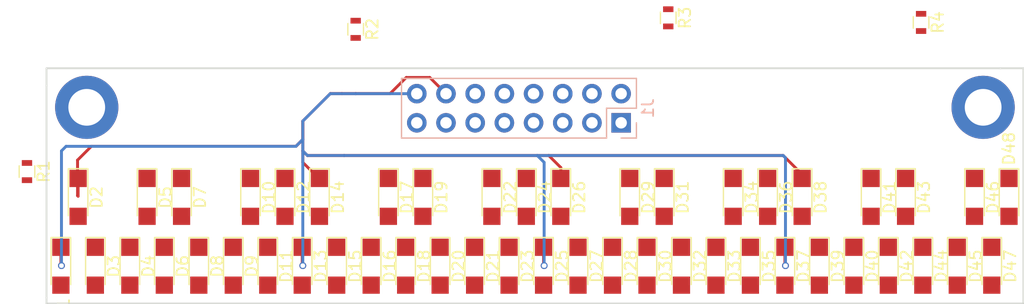
<source format=kicad_pcb>
(kicad_pcb (version 4) (host pcbnew 4.0.6)

  (general
    (links 101)
    (no_connects 93)
    (area 74.424999 74.924999 159.575001 95.575001)
    (thickness 1.6)
    (drawings 7)
    (tracks 62)
    (zones 0)
    (modules 55)
    (nets 22)
  )

  (page A4)
  (layers
    (0 F.Cu signal)
    (31 B.Cu signal)
    (32 B.Adhes user)
    (33 F.Adhes user)
    (34 B.Paste user)
    (35 F.Paste user)
    (36 B.SilkS user)
    (37 F.SilkS user hide)
    (38 B.Mask user)
    (39 F.Mask user)
    (40 Dwgs.User user)
    (41 Cmts.User user)
    (42 Eco1.User user)
    (43 Eco2.User user)
    (44 Edge.Cuts user)
    (45 Margin user)
    (46 B.CrtYd user)
    (47 F.CrtYd user)
    (48 B.Fab user hide)
    (49 F.Fab user)
  )

  (setup
    (last_trace_width 0.25)
    (trace_clearance 0.2)
    (zone_clearance 0.508)
    (zone_45_only no)
    (trace_min 0.2)
    (segment_width 0.2)
    (edge_width 0.15)
    (via_size 0.6)
    (via_drill 0.4)
    (via_min_size 0.4)
    (via_min_drill 0.3)
    (uvia_size 0.3)
    (uvia_drill 0.1)
    (uvias_allowed no)
    (uvia_min_size 0.2)
    (uvia_min_drill 0.1)
    (pcb_text_width 0.3)
    (pcb_text_size 1.5 1.5)
    (mod_edge_width 0.15)
    (mod_text_size 1 1)
    (mod_text_width 0.15)
    (pad_size 5.5 5.5)
    (pad_drill 3.2)
    (pad_to_mask_clearance 0.2)
    (aux_axis_origin 0 0)
    (visible_elements 7FFFFFFF)
    (pcbplotparams
      (layerselection 0x00030_80000001)
      (usegerberextensions false)
      (excludeedgelayer true)
      (linewidth 0.100000)
      (plotframeref false)
      (viasonmask false)
      (mode 1)
      (useauxorigin false)
      (hpglpennumber 1)
      (hpglpenspeed 20)
      (hpglpendiameter 15)
      (hpglpenoverlay 2)
      (psnegative false)
      (psa4output false)
      (plotreference true)
      (plotvalue true)
      (plotinvisibletext false)
      (padsonsilk false)
      (subtractmaskfromsilk false)
      (outputformat 1)
      (mirror false)
      (drillshape 1)
      (scaleselection 1)
      (outputdirectory ""))
  )

  (net 0 "")
  (net 1 GND)
  (net 2 "Net-(D1-Pad2)")
  (net 3 /Note_A)
  (net 4 /Note_Bb)
  (net 5 /Note_B)
  (net 6 /Note_C)
  (net 7 /Note_C#)
  (net 8 /Note_D)
  (net 9 /Note_Eb)
  (net 10 /Note_E)
  (net 11 /Note_F)
  (net 12 /Note_F#)
  (net 13 /Note_G)
  (net 14 /Note_G#)
  (net 15 /Octave_1)
  (net 16 /Octave_2)
  (net 17 /Octave_3)
  (net 18 /Octave_4)
  (net 19 "Net-(D13-Pad2)")
  (net 20 "Net-(D25-Pad2)")
  (net 21 "Net-(D37-Pad2)")

  (net_class Default "This is the default net class."
    (clearance 0.2)
    (trace_width 0.25)
    (via_dia 0.6)
    (via_drill 0.4)
    (uvia_dia 0.3)
    (uvia_drill 0.1)
    (add_net /Note_A)
    (add_net /Note_B)
    (add_net /Note_Bb)
    (add_net /Note_C)
    (add_net /Note_C#)
    (add_net /Note_D)
    (add_net /Note_E)
    (add_net /Note_Eb)
    (add_net /Note_F)
    (add_net /Note_F#)
    (add_net /Note_G)
    (add_net /Note_G#)
    (add_net /Octave_1)
    (add_net /Octave_2)
    (add_net /Octave_3)
    (add_net /Octave_4)
    (add_net GND)
    (add_net "Net-(D1-Pad2)")
    (add_net "Net-(D13-Pad2)")
    (add_net "Net-(D25-Pad2)")
    (add_net "Net-(D37-Pad2)")
  )

  (module Resistors_SMD:R_0603 (layer F.Cu) (tedit 58E0A804) (tstamp 59E4B4A0)
    (at 128.6 70.6 270)
    (descr "Resistor SMD 0603, reflow soldering, Vishay (see dcrcw.pdf)")
    (tags "resistor 0603")
    (path /59E3FE95)
    (attr smd)
    (fp_text reference R3 (at 0 -1.45 270) (layer F.SilkS)
      (effects (font (size 1 1) (thickness 0.15)))
    )
    (fp_text value 220 (at 0 1.5 270) (layer F.Fab)
      (effects (font (size 1 1) (thickness 0.15)))
    )
    (fp_text user %R (at 0 0 270) (layer F.Fab)
      (effects (font (size 0.4 0.4) (thickness 0.075)))
    )
    (fp_line (start -0.8 0.4) (end -0.8 -0.4) (layer F.Fab) (width 0.1))
    (fp_line (start 0.8 0.4) (end -0.8 0.4) (layer F.Fab) (width 0.1))
    (fp_line (start 0.8 -0.4) (end 0.8 0.4) (layer F.Fab) (width 0.1))
    (fp_line (start -0.8 -0.4) (end 0.8 -0.4) (layer F.Fab) (width 0.1))
    (fp_line (start 0.5 0.68) (end -0.5 0.68) (layer F.SilkS) (width 0.12))
    (fp_line (start -0.5 -0.68) (end 0.5 -0.68) (layer F.SilkS) (width 0.12))
    (fp_line (start -1.25 -0.7) (end 1.25 -0.7) (layer F.CrtYd) (width 0.05))
    (fp_line (start -1.25 -0.7) (end -1.25 0.7) (layer F.CrtYd) (width 0.05))
    (fp_line (start 1.25 0.7) (end 1.25 -0.7) (layer F.CrtYd) (width 0.05))
    (fp_line (start 1.25 0.7) (end -1.25 0.7) (layer F.CrtYd) (width 0.05))
    (pad 1 smd rect (at -0.75 0 270) (size 0.5 0.9) (layers F.Cu F.Paste F.Mask)
      (net 17 /Octave_3))
    (pad 2 smd rect (at 0.75 0 270) (size 0.5 0.9) (layers F.Cu F.Paste F.Mask)
      (net 20 "Net-(D25-Pad2)"))
    (model ${KISYS3DMOD}/Resistors_SMD.3dshapes/R_0603.wrl
      (at (xyz 0 0 0))
      (scale (xyz 1 1 1))
      (rotate (xyz 0 0 0))
    )
  )

  (module Mounting_Holes:MountingHole_3.2mm_M3_ISO14580_Pad (layer F.Cu) (tedit 59E48F08) (tstamp 59E490A6)
    (at 156 78.4)
    (descr "Mounting Hole 3.2mm, M3, ISO14580")
    (tags "mounting hole 3.2mm m3 iso14580")
    (attr virtual)
    (fp_text reference REF** (at 0 -3.75) (layer F.SilkS) hide
      (effects (font (size 1 1) (thickness 0.15)))
    )
    (fp_text value "" (at 0 3.75) (layer F.Fab)
      (effects (font (size 1 1) (thickness 0.15)))
    )
    (fp_text user %R (at 0.3 0) (layer F.Fab) hide
      (effects (font (size 1 1) (thickness 0.15)))
    )
    (fp_circle (center 0 0) (end 2.75 0) (layer Cmts.User) (width 0.15))
    (fp_circle (center 0 0) (end 3 0) (layer F.CrtYd) (width 0.05))
    (pad 1 thru_hole circle (at 0 0) (size 5.5 5.5) (drill 3.2) (layers *.Cu *.Mask)
      (net 1 GND))
  )

  (module Mounting_Holes:MountingHole_3.2mm_M3_ISO14580_Pad (layer F.Cu) (tedit 59E48EF3) (tstamp 59E4909D)
    (at 78 78.4)
    (descr "Mounting Hole 3.2mm, M3, ISO14580")
    (tags "mounting hole 3.2mm m3 iso14580")
    (attr virtual)
    (fp_text reference REF** (at 0 -3.75) (layer F.SilkS) hide
      (effects (font (size 1 1) (thickness 0.15)))
    )
    (fp_text value GND (at 0 3.75) (layer F.Fab)
      (effects (font (size 1 1) (thickness 0.15)))
    )
    (fp_text user %R (at 0.3 0) (layer F.Fab) hide
      (effects (font (size 1 1) (thickness 0.15)))
    )
    (fp_circle (center 0 0) (end 2.75 0) (layer Cmts.User) (width 0.15))
    (fp_circle (center 0 0) (end 3 0) (layer F.CrtYd) (width 0.05))
    (pad 1 thru_hole circle (at 0 0) (size 5.5 5.5) (drill 3.2) (layers *.Cu *.Mask)
      (net 1 GND))
  )

  (module LEDs:LED_1206 (layer F.Cu) (tedit 59E4B2AC) (tstamp 59E28A88)
    (at 75.75 92.25 270)
    (descr "LED 1206 smd package")
    (tags "LED led 1206 SMD smd SMT smt smdled SMDLED smtled SMTLED")
    (path /59E23E09)
    (attr smd)
    (fp_text reference D1 (at 3.75 -0.25 270) (layer F.SilkS)
      (effects (font (size 1 1) (thickness 0.15)))
    )
    (fp_text value A (at 0 1.7 270) (layer F.Fab)
      (effects (font (size 1 1) (thickness 0.15)))
    )
    (fp_line (start -2.5 -0.85) (end -2.5 0.85) (layer F.SilkS) (width 0.12))
    (fp_line (start -0.45 -0.4) (end -0.45 0.4) (layer F.Fab) (width 0.1))
    (fp_line (start -0.4 0) (end 0.2 -0.4) (layer F.Fab) (width 0.1))
    (fp_line (start 0.2 0.4) (end -0.4 0) (layer F.Fab) (width 0.1))
    (fp_line (start 0.2 -0.4) (end 0.2 0.4) (layer F.Fab) (width 0.1))
    (fp_line (start 1.6 0.8) (end -1.6 0.8) (layer F.Fab) (width 0.1))
    (fp_line (start 1.6 -0.8) (end 1.6 0.8) (layer F.Fab) (width 0.1))
    (fp_line (start -1.6 -0.8) (end 1.6 -0.8) (layer F.Fab) (width 0.1))
    (fp_line (start -1.6 0.8) (end -1.6 -0.8) (layer F.Fab) (width 0.1))
    (fp_line (start -2.45 0.85) (end 1.6 0.85) (layer F.SilkS) (width 0.12))
    (fp_line (start -2.45 -0.85) (end 1.6 -0.85) (layer F.SilkS) (width 0.12))
    (fp_line (start 2.65 -1) (end 2.65 1) (layer F.CrtYd) (width 0.05))
    (fp_line (start 2.65 1) (end -2.65 1) (layer F.CrtYd) (width 0.05))
    (fp_line (start -2.65 1) (end -2.65 -1) (layer F.CrtYd) (width 0.05))
    (fp_line (start -2.65 -1) (end 2.65 -1) (layer F.CrtYd) (width 0.05))
    (pad 2 smd rect (at 1.65 0 90) (size 1.5 1.5) (layers F.Cu F.Paste F.Mask)
      (net 2 "Net-(D1-Pad2)"))
    (pad 1 smd rect (at -1.65 0 90) (size 1.5 1.5) (layers F.Cu F.Paste F.Mask)
      (net 3 /Note_A))
    (model ${KISYS3DMOD}/LEDs.3dshapes/LED_1206.wrl
      (at (xyz 0 0 0))
      (scale (xyz 1 1 1))
      (rotate (xyz 0 0 180))
    )
  )

  (module LEDs:LED_1206 (layer F.Cu) (tedit 57FE943C) (tstamp 59E28A8E)
    (at 77.25 86.25 270)
    (descr "LED 1206 smd package")
    (tags "LED led 1206 SMD smd SMT smt smdled SMDLED smtled SMTLED")
    (path /59E243DB)
    (attr smd)
    (fp_text reference D2 (at 0 -1.6 270) (layer F.SilkS)
      (effects (font (size 1 1) (thickness 0.15)))
    )
    (fp_text value Bb (at 0 1.7 270) (layer F.Fab)
      (effects (font (size 1 1) (thickness 0.15)))
    )
    (fp_line (start -2.5 -0.85) (end -2.5 0.85) (layer F.SilkS) (width 0.12))
    (fp_line (start -0.45 -0.4) (end -0.45 0.4) (layer F.Fab) (width 0.1))
    (fp_line (start -0.4 0) (end 0.2 -0.4) (layer F.Fab) (width 0.1))
    (fp_line (start 0.2 0.4) (end -0.4 0) (layer F.Fab) (width 0.1))
    (fp_line (start 0.2 -0.4) (end 0.2 0.4) (layer F.Fab) (width 0.1))
    (fp_line (start 1.6 0.8) (end -1.6 0.8) (layer F.Fab) (width 0.1))
    (fp_line (start 1.6 -0.8) (end 1.6 0.8) (layer F.Fab) (width 0.1))
    (fp_line (start -1.6 -0.8) (end 1.6 -0.8) (layer F.Fab) (width 0.1))
    (fp_line (start -1.6 0.8) (end -1.6 -0.8) (layer F.Fab) (width 0.1))
    (fp_line (start -2.45 0.85) (end 1.6 0.85) (layer F.SilkS) (width 0.12))
    (fp_line (start -2.45 -0.85) (end 1.6 -0.85) (layer F.SilkS) (width 0.12))
    (fp_line (start 2.65 -1) (end 2.65 1) (layer F.CrtYd) (width 0.05))
    (fp_line (start 2.65 1) (end -2.65 1) (layer F.CrtYd) (width 0.05))
    (fp_line (start -2.65 1) (end -2.65 -1) (layer F.CrtYd) (width 0.05))
    (fp_line (start -2.65 -1) (end 2.65 -1) (layer F.CrtYd) (width 0.05))
    (pad 2 smd rect (at 1.65 0 90) (size 1.5 1.5) (layers F.Cu F.Paste F.Mask)
      (net 2 "Net-(D1-Pad2)"))
    (pad 1 smd rect (at -1.65 0 90) (size 1.5 1.5) (layers F.Cu F.Paste F.Mask)
      (net 4 /Note_Bb))
    (model ${KISYS3DMOD}/LEDs.3dshapes/LED_1206.wrl
      (at (xyz 0 0 0))
      (scale (xyz 1 1 1))
      (rotate (xyz 0 0 180))
    )
  )

  (module LEDs:LED_1206 (layer F.Cu) (tedit 57FE943C) (tstamp 59E28A94)
    (at 78.75 92.25 270)
    (descr "LED 1206 smd package")
    (tags "LED led 1206 SMD smd SMT smt smdled SMDLED smtled SMTLED")
    (path /59E244BA)
    (attr smd)
    (fp_text reference D3 (at 0 -1.6 270) (layer F.SilkS)
      (effects (font (size 1 1) (thickness 0.15)))
    )
    (fp_text value B (at 0 1.7 270) (layer F.Fab)
      (effects (font (size 1 1) (thickness 0.15)))
    )
    (fp_line (start -2.5 -0.85) (end -2.5 0.85) (layer F.SilkS) (width 0.12))
    (fp_line (start -0.45 -0.4) (end -0.45 0.4) (layer F.Fab) (width 0.1))
    (fp_line (start -0.4 0) (end 0.2 -0.4) (layer F.Fab) (width 0.1))
    (fp_line (start 0.2 0.4) (end -0.4 0) (layer F.Fab) (width 0.1))
    (fp_line (start 0.2 -0.4) (end 0.2 0.4) (layer F.Fab) (width 0.1))
    (fp_line (start 1.6 0.8) (end -1.6 0.8) (layer F.Fab) (width 0.1))
    (fp_line (start 1.6 -0.8) (end 1.6 0.8) (layer F.Fab) (width 0.1))
    (fp_line (start -1.6 -0.8) (end 1.6 -0.8) (layer F.Fab) (width 0.1))
    (fp_line (start -1.6 0.8) (end -1.6 -0.8) (layer F.Fab) (width 0.1))
    (fp_line (start -2.45 0.85) (end 1.6 0.85) (layer F.SilkS) (width 0.12))
    (fp_line (start -2.45 -0.85) (end 1.6 -0.85) (layer F.SilkS) (width 0.12))
    (fp_line (start 2.65 -1) (end 2.65 1) (layer F.CrtYd) (width 0.05))
    (fp_line (start 2.65 1) (end -2.65 1) (layer F.CrtYd) (width 0.05))
    (fp_line (start -2.65 1) (end -2.65 -1) (layer F.CrtYd) (width 0.05))
    (fp_line (start -2.65 -1) (end 2.65 -1) (layer F.CrtYd) (width 0.05))
    (pad 2 smd rect (at 1.65 0 90) (size 1.5 1.5) (layers F.Cu F.Paste F.Mask)
      (net 2 "Net-(D1-Pad2)"))
    (pad 1 smd rect (at -1.65 0 90) (size 1.5 1.5) (layers F.Cu F.Paste F.Mask)
      (net 5 /Note_B))
    (model ${KISYS3DMOD}/LEDs.3dshapes/LED_1206.wrl
      (at (xyz 0 0 0))
      (scale (xyz 1 1 1))
      (rotate (xyz 0 0 180))
    )
  )

  (module LEDs:LED_1206 (layer F.Cu) (tedit 57FE943C) (tstamp 59E28A9A)
    (at 81.75 92.25 270)
    (descr "LED 1206 smd package")
    (tags "LED led 1206 SMD smd SMT smt smdled SMDLED smtled SMTLED")
    (path /59E244C0)
    (attr smd)
    (fp_text reference D4 (at 0 -1.6 270) (layer F.SilkS)
      (effects (font (size 1 1) (thickness 0.15)))
    )
    (fp_text value C (at 0 1.7 270) (layer F.Fab)
      (effects (font (size 1 1) (thickness 0.15)))
    )
    (fp_line (start -2.5 -0.85) (end -2.5 0.85) (layer F.SilkS) (width 0.12))
    (fp_line (start -0.45 -0.4) (end -0.45 0.4) (layer F.Fab) (width 0.1))
    (fp_line (start -0.4 0) (end 0.2 -0.4) (layer F.Fab) (width 0.1))
    (fp_line (start 0.2 0.4) (end -0.4 0) (layer F.Fab) (width 0.1))
    (fp_line (start 0.2 -0.4) (end 0.2 0.4) (layer F.Fab) (width 0.1))
    (fp_line (start 1.6 0.8) (end -1.6 0.8) (layer F.Fab) (width 0.1))
    (fp_line (start 1.6 -0.8) (end 1.6 0.8) (layer F.Fab) (width 0.1))
    (fp_line (start -1.6 -0.8) (end 1.6 -0.8) (layer F.Fab) (width 0.1))
    (fp_line (start -1.6 0.8) (end -1.6 -0.8) (layer F.Fab) (width 0.1))
    (fp_line (start -2.45 0.85) (end 1.6 0.85) (layer F.SilkS) (width 0.12))
    (fp_line (start -2.45 -0.85) (end 1.6 -0.85) (layer F.SilkS) (width 0.12))
    (fp_line (start 2.65 -1) (end 2.65 1) (layer F.CrtYd) (width 0.05))
    (fp_line (start 2.65 1) (end -2.65 1) (layer F.CrtYd) (width 0.05))
    (fp_line (start -2.65 1) (end -2.65 -1) (layer F.CrtYd) (width 0.05))
    (fp_line (start -2.65 -1) (end 2.65 -1) (layer F.CrtYd) (width 0.05))
    (pad 2 smd rect (at 1.65 0 90) (size 1.5 1.5) (layers F.Cu F.Paste F.Mask)
      (net 2 "Net-(D1-Pad2)"))
    (pad 1 smd rect (at -1.65 0 90) (size 1.5 1.5) (layers F.Cu F.Paste F.Mask)
      (net 6 /Note_C))
    (model ${KISYS3DMOD}/LEDs.3dshapes/LED_1206.wrl
      (at (xyz 0 0 0))
      (scale (xyz 1 1 1))
      (rotate (xyz 0 0 180))
    )
  )

  (module LEDs:LED_1206 (layer F.Cu) (tedit 57FE943C) (tstamp 59E28AA0)
    (at 83.25 86.25 270)
    (descr "LED 1206 smd package")
    (tags "LED led 1206 SMD smd SMT smt smdled SMDLED smtled SMTLED")
    (path /59E24646)
    (attr smd)
    (fp_text reference D5 (at 0 -1.6 270) (layer F.SilkS)
      (effects (font (size 1 1) (thickness 0.15)))
    )
    (fp_text value C# (at 0 1.7 270) (layer F.Fab)
      (effects (font (size 1 1) (thickness 0.15)))
    )
    (fp_line (start -2.5 -0.85) (end -2.5 0.85) (layer F.SilkS) (width 0.12))
    (fp_line (start -0.45 -0.4) (end -0.45 0.4) (layer F.Fab) (width 0.1))
    (fp_line (start -0.4 0) (end 0.2 -0.4) (layer F.Fab) (width 0.1))
    (fp_line (start 0.2 0.4) (end -0.4 0) (layer F.Fab) (width 0.1))
    (fp_line (start 0.2 -0.4) (end 0.2 0.4) (layer F.Fab) (width 0.1))
    (fp_line (start 1.6 0.8) (end -1.6 0.8) (layer F.Fab) (width 0.1))
    (fp_line (start 1.6 -0.8) (end 1.6 0.8) (layer F.Fab) (width 0.1))
    (fp_line (start -1.6 -0.8) (end 1.6 -0.8) (layer F.Fab) (width 0.1))
    (fp_line (start -1.6 0.8) (end -1.6 -0.8) (layer F.Fab) (width 0.1))
    (fp_line (start -2.45 0.85) (end 1.6 0.85) (layer F.SilkS) (width 0.12))
    (fp_line (start -2.45 -0.85) (end 1.6 -0.85) (layer F.SilkS) (width 0.12))
    (fp_line (start 2.65 -1) (end 2.65 1) (layer F.CrtYd) (width 0.05))
    (fp_line (start 2.65 1) (end -2.65 1) (layer F.CrtYd) (width 0.05))
    (fp_line (start -2.65 1) (end -2.65 -1) (layer F.CrtYd) (width 0.05))
    (fp_line (start -2.65 -1) (end 2.65 -1) (layer F.CrtYd) (width 0.05))
    (pad 2 smd rect (at 1.65 0 90) (size 1.5 1.5) (layers F.Cu F.Paste F.Mask)
      (net 2 "Net-(D1-Pad2)"))
    (pad 1 smd rect (at -1.65 0 90) (size 1.5 1.5) (layers F.Cu F.Paste F.Mask)
      (net 7 /Note_C#))
    (model ${KISYS3DMOD}/LEDs.3dshapes/LED_1206.wrl
      (at (xyz 0 0 0))
      (scale (xyz 1 1 1))
      (rotate (xyz 0 0 180))
    )
  )

  (module LEDs:LED_1206 (layer F.Cu) (tedit 57FE943C) (tstamp 59E28AA6)
    (at 84.75 92.25 270)
    (descr "LED 1206 smd package")
    (tags "LED led 1206 SMD smd SMT smt smdled SMDLED smtled SMTLED")
    (path /59E2464C)
    (attr smd)
    (fp_text reference D6 (at 0 -1.6 270) (layer F.SilkS)
      (effects (font (size 1 1) (thickness 0.15)))
    )
    (fp_text value D (at 0 1.7 270) (layer F.Fab)
      (effects (font (size 1 1) (thickness 0.15)))
    )
    (fp_line (start -2.5 -0.85) (end -2.5 0.85) (layer F.SilkS) (width 0.12))
    (fp_line (start -0.45 -0.4) (end -0.45 0.4) (layer F.Fab) (width 0.1))
    (fp_line (start -0.4 0) (end 0.2 -0.4) (layer F.Fab) (width 0.1))
    (fp_line (start 0.2 0.4) (end -0.4 0) (layer F.Fab) (width 0.1))
    (fp_line (start 0.2 -0.4) (end 0.2 0.4) (layer F.Fab) (width 0.1))
    (fp_line (start 1.6 0.8) (end -1.6 0.8) (layer F.Fab) (width 0.1))
    (fp_line (start 1.6 -0.8) (end 1.6 0.8) (layer F.Fab) (width 0.1))
    (fp_line (start -1.6 -0.8) (end 1.6 -0.8) (layer F.Fab) (width 0.1))
    (fp_line (start -1.6 0.8) (end -1.6 -0.8) (layer F.Fab) (width 0.1))
    (fp_line (start -2.45 0.85) (end 1.6 0.85) (layer F.SilkS) (width 0.12))
    (fp_line (start -2.45 -0.85) (end 1.6 -0.85) (layer F.SilkS) (width 0.12))
    (fp_line (start 2.65 -1) (end 2.65 1) (layer F.CrtYd) (width 0.05))
    (fp_line (start 2.65 1) (end -2.65 1) (layer F.CrtYd) (width 0.05))
    (fp_line (start -2.65 1) (end -2.65 -1) (layer F.CrtYd) (width 0.05))
    (fp_line (start -2.65 -1) (end 2.65 -1) (layer F.CrtYd) (width 0.05))
    (pad 2 smd rect (at 1.65 0 90) (size 1.5 1.5) (layers F.Cu F.Paste F.Mask)
      (net 2 "Net-(D1-Pad2)"))
    (pad 1 smd rect (at -1.65 0 90) (size 1.5 1.5) (layers F.Cu F.Paste F.Mask)
      (net 8 /Note_D))
    (model ${KISYS3DMOD}/LEDs.3dshapes/LED_1206.wrl
      (at (xyz 0 0 0))
      (scale (xyz 1 1 1))
      (rotate (xyz 0 0 180))
    )
  )

  (module LEDs:LED_1206 (layer F.Cu) (tedit 57FE943C) (tstamp 59E28AAC)
    (at 86.25 86.25 270)
    (descr "LED 1206 smd package")
    (tags "LED led 1206 SMD smd SMT smt smdled SMDLED smtled SMTLED")
    (path /59E24652)
    (attr smd)
    (fp_text reference D7 (at 0 -1.6 270) (layer F.SilkS)
      (effects (font (size 1 1) (thickness 0.15)))
    )
    (fp_text value Eb (at 0 1.7 270) (layer F.Fab)
      (effects (font (size 1 1) (thickness 0.15)))
    )
    (fp_line (start -2.5 -0.85) (end -2.5 0.85) (layer F.SilkS) (width 0.12))
    (fp_line (start -0.45 -0.4) (end -0.45 0.4) (layer F.Fab) (width 0.1))
    (fp_line (start -0.4 0) (end 0.2 -0.4) (layer F.Fab) (width 0.1))
    (fp_line (start 0.2 0.4) (end -0.4 0) (layer F.Fab) (width 0.1))
    (fp_line (start 0.2 -0.4) (end 0.2 0.4) (layer F.Fab) (width 0.1))
    (fp_line (start 1.6 0.8) (end -1.6 0.8) (layer F.Fab) (width 0.1))
    (fp_line (start 1.6 -0.8) (end 1.6 0.8) (layer F.Fab) (width 0.1))
    (fp_line (start -1.6 -0.8) (end 1.6 -0.8) (layer F.Fab) (width 0.1))
    (fp_line (start -1.6 0.8) (end -1.6 -0.8) (layer F.Fab) (width 0.1))
    (fp_line (start -2.45 0.85) (end 1.6 0.85) (layer F.SilkS) (width 0.12))
    (fp_line (start -2.45 -0.85) (end 1.6 -0.85) (layer F.SilkS) (width 0.12))
    (fp_line (start 2.65 -1) (end 2.65 1) (layer F.CrtYd) (width 0.05))
    (fp_line (start 2.65 1) (end -2.65 1) (layer F.CrtYd) (width 0.05))
    (fp_line (start -2.65 1) (end -2.65 -1) (layer F.CrtYd) (width 0.05))
    (fp_line (start -2.65 -1) (end 2.65 -1) (layer F.CrtYd) (width 0.05))
    (pad 2 smd rect (at 1.65 0 90) (size 1.5 1.5) (layers F.Cu F.Paste F.Mask)
      (net 2 "Net-(D1-Pad2)"))
    (pad 1 smd rect (at -1.65 0 90) (size 1.5 1.5) (layers F.Cu F.Paste F.Mask)
      (net 9 /Note_Eb))
    (model ${KISYS3DMOD}/LEDs.3dshapes/LED_1206.wrl
      (at (xyz 0 0 0))
      (scale (xyz 1 1 1))
      (rotate (xyz 0 0 180))
    )
  )

  (module LEDs:LED_1206 (layer F.Cu) (tedit 57FE943C) (tstamp 59E28AB2)
    (at 87.75 92.25 270)
    (descr "LED 1206 smd package")
    (tags "LED led 1206 SMD smd SMT smt smdled SMDLED smtled SMTLED")
    (path /59E24658)
    (attr smd)
    (fp_text reference D8 (at 0 -1.6 270) (layer F.SilkS)
      (effects (font (size 1 1) (thickness 0.15)))
    )
    (fp_text value E (at 0 1.7 270) (layer F.Fab)
      (effects (font (size 1 1) (thickness 0.15)))
    )
    (fp_line (start -2.5 -0.85) (end -2.5 0.85) (layer F.SilkS) (width 0.12))
    (fp_line (start -0.45 -0.4) (end -0.45 0.4) (layer F.Fab) (width 0.1))
    (fp_line (start -0.4 0) (end 0.2 -0.4) (layer F.Fab) (width 0.1))
    (fp_line (start 0.2 0.4) (end -0.4 0) (layer F.Fab) (width 0.1))
    (fp_line (start 0.2 -0.4) (end 0.2 0.4) (layer F.Fab) (width 0.1))
    (fp_line (start 1.6 0.8) (end -1.6 0.8) (layer F.Fab) (width 0.1))
    (fp_line (start 1.6 -0.8) (end 1.6 0.8) (layer F.Fab) (width 0.1))
    (fp_line (start -1.6 -0.8) (end 1.6 -0.8) (layer F.Fab) (width 0.1))
    (fp_line (start -1.6 0.8) (end -1.6 -0.8) (layer F.Fab) (width 0.1))
    (fp_line (start -2.45 0.85) (end 1.6 0.85) (layer F.SilkS) (width 0.12))
    (fp_line (start -2.45 -0.85) (end 1.6 -0.85) (layer F.SilkS) (width 0.12))
    (fp_line (start 2.65 -1) (end 2.65 1) (layer F.CrtYd) (width 0.05))
    (fp_line (start 2.65 1) (end -2.65 1) (layer F.CrtYd) (width 0.05))
    (fp_line (start -2.65 1) (end -2.65 -1) (layer F.CrtYd) (width 0.05))
    (fp_line (start -2.65 -1) (end 2.65 -1) (layer F.CrtYd) (width 0.05))
    (pad 2 smd rect (at 1.65 0 90) (size 1.5 1.5) (layers F.Cu F.Paste F.Mask)
      (net 2 "Net-(D1-Pad2)"))
    (pad 1 smd rect (at -1.65 0 90) (size 1.5 1.5) (layers F.Cu F.Paste F.Mask)
      (net 10 /Note_E))
    (model ${KISYS3DMOD}/LEDs.3dshapes/LED_1206.wrl
      (at (xyz 0 0 0))
      (scale (xyz 1 1 1))
      (rotate (xyz 0 0 180))
    )
  )

  (module LEDs:LED_1206 (layer F.Cu) (tedit 57FE943C) (tstamp 59E28AB8)
    (at 90.75 92.25 270)
    (descr "LED 1206 smd package")
    (tags "LED led 1206 SMD smd SMT smt smdled SMDLED smtled SMTLED")
    (path /59E24701)
    (attr smd)
    (fp_text reference D9 (at 0 -1.6 270) (layer F.SilkS)
      (effects (font (size 1 1) (thickness 0.15)))
    )
    (fp_text value F (at 0 1.7 270) (layer F.Fab)
      (effects (font (size 1 1) (thickness 0.15)))
    )
    (fp_line (start -2.5 -0.85) (end -2.5 0.85) (layer F.SilkS) (width 0.12))
    (fp_line (start -0.45 -0.4) (end -0.45 0.4) (layer F.Fab) (width 0.1))
    (fp_line (start -0.4 0) (end 0.2 -0.4) (layer F.Fab) (width 0.1))
    (fp_line (start 0.2 0.4) (end -0.4 0) (layer F.Fab) (width 0.1))
    (fp_line (start 0.2 -0.4) (end 0.2 0.4) (layer F.Fab) (width 0.1))
    (fp_line (start 1.6 0.8) (end -1.6 0.8) (layer F.Fab) (width 0.1))
    (fp_line (start 1.6 -0.8) (end 1.6 0.8) (layer F.Fab) (width 0.1))
    (fp_line (start -1.6 -0.8) (end 1.6 -0.8) (layer F.Fab) (width 0.1))
    (fp_line (start -1.6 0.8) (end -1.6 -0.8) (layer F.Fab) (width 0.1))
    (fp_line (start -2.45 0.85) (end 1.6 0.85) (layer F.SilkS) (width 0.12))
    (fp_line (start -2.45 -0.85) (end 1.6 -0.85) (layer F.SilkS) (width 0.12))
    (fp_line (start 2.65 -1) (end 2.65 1) (layer F.CrtYd) (width 0.05))
    (fp_line (start 2.65 1) (end -2.65 1) (layer F.CrtYd) (width 0.05))
    (fp_line (start -2.65 1) (end -2.65 -1) (layer F.CrtYd) (width 0.05))
    (fp_line (start -2.65 -1) (end 2.65 -1) (layer F.CrtYd) (width 0.05))
    (pad 2 smd rect (at 1.65 0 90) (size 1.5 1.5) (layers F.Cu F.Paste F.Mask)
      (net 2 "Net-(D1-Pad2)"))
    (pad 1 smd rect (at -1.65 0 90) (size 1.5 1.5) (layers F.Cu F.Paste F.Mask)
      (net 11 /Note_F))
    (model ${KISYS3DMOD}/LEDs.3dshapes/LED_1206.wrl
      (at (xyz 0 0 0))
      (scale (xyz 1 1 1))
      (rotate (xyz 0 0 180))
    )
  )

  (module LEDs:LED_1206 (layer F.Cu) (tedit 57FE943C) (tstamp 59E28ABE)
    (at 92.25 86.25 270)
    (descr "LED 1206 smd package")
    (tags "LED led 1206 SMD smd SMT smt smdled SMDLED smtled SMTLED")
    (path /59E24707)
    (attr smd)
    (fp_text reference D10 (at 0 -1.6 270) (layer F.SilkS)
      (effects (font (size 1 1) (thickness 0.15)))
    )
    (fp_text value F# (at 0 1.7 270) (layer F.Fab)
      (effects (font (size 1 1) (thickness 0.15)))
    )
    (fp_line (start -2.5 -0.85) (end -2.5 0.85) (layer F.SilkS) (width 0.12))
    (fp_line (start -0.45 -0.4) (end -0.45 0.4) (layer F.Fab) (width 0.1))
    (fp_line (start -0.4 0) (end 0.2 -0.4) (layer F.Fab) (width 0.1))
    (fp_line (start 0.2 0.4) (end -0.4 0) (layer F.Fab) (width 0.1))
    (fp_line (start 0.2 -0.4) (end 0.2 0.4) (layer F.Fab) (width 0.1))
    (fp_line (start 1.6 0.8) (end -1.6 0.8) (layer F.Fab) (width 0.1))
    (fp_line (start 1.6 -0.8) (end 1.6 0.8) (layer F.Fab) (width 0.1))
    (fp_line (start -1.6 -0.8) (end 1.6 -0.8) (layer F.Fab) (width 0.1))
    (fp_line (start -1.6 0.8) (end -1.6 -0.8) (layer F.Fab) (width 0.1))
    (fp_line (start -2.45 0.85) (end 1.6 0.85) (layer F.SilkS) (width 0.12))
    (fp_line (start -2.45 -0.85) (end 1.6 -0.85) (layer F.SilkS) (width 0.12))
    (fp_line (start 2.65 -1) (end 2.65 1) (layer F.CrtYd) (width 0.05))
    (fp_line (start 2.65 1) (end -2.65 1) (layer F.CrtYd) (width 0.05))
    (fp_line (start -2.65 1) (end -2.65 -1) (layer F.CrtYd) (width 0.05))
    (fp_line (start -2.65 -1) (end 2.65 -1) (layer F.CrtYd) (width 0.05))
    (pad 2 smd rect (at 1.65 0 90) (size 1.5 1.5) (layers F.Cu F.Paste F.Mask)
      (net 2 "Net-(D1-Pad2)"))
    (pad 1 smd rect (at -1.65 0 90) (size 1.5 1.5) (layers F.Cu F.Paste F.Mask)
      (net 12 /Note_F#))
    (model ${KISYS3DMOD}/LEDs.3dshapes/LED_1206.wrl
      (at (xyz 0 0 0))
      (scale (xyz 1 1 1))
      (rotate (xyz 0 0 180))
    )
  )

  (module LEDs:LED_1206 (layer F.Cu) (tedit 57FE943C) (tstamp 59E28AC4)
    (at 93.75 92.25 270)
    (descr "LED 1206 smd package")
    (tags "LED led 1206 SMD smd SMT smt smdled SMDLED smtled SMTLED")
    (path /59E2470D)
    (attr smd)
    (fp_text reference D11 (at 0 -1.6 270) (layer F.SilkS)
      (effects (font (size 1 1) (thickness 0.15)))
    )
    (fp_text value G (at 0 1.7 270) (layer F.Fab)
      (effects (font (size 1 1) (thickness 0.15)))
    )
    (fp_line (start -2.5 -0.85) (end -2.5 0.85) (layer F.SilkS) (width 0.12))
    (fp_line (start -0.45 -0.4) (end -0.45 0.4) (layer F.Fab) (width 0.1))
    (fp_line (start -0.4 0) (end 0.2 -0.4) (layer F.Fab) (width 0.1))
    (fp_line (start 0.2 0.4) (end -0.4 0) (layer F.Fab) (width 0.1))
    (fp_line (start 0.2 -0.4) (end 0.2 0.4) (layer F.Fab) (width 0.1))
    (fp_line (start 1.6 0.8) (end -1.6 0.8) (layer F.Fab) (width 0.1))
    (fp_line (start 1.6 -0.8) (end 1.6 0.8) (layer F.Fab) (width 0.1))
    (fp_line (start -1.6 -0.8) (end 1.6 -0.8) (layer F.Fab) (width 0.1))
    (fp_line (start -1.6 0.8) (end -1.6 -0.8) (layer F.Fab) (width 0.1))
    (fp_line (start -2.45 0.85) (end 1.6 0.85) (layer F.SilkS) (width 0.12))
    (fp_line (start -2.45 -0.85) (end 1.6 -0.85) (layer F.SilkS) (width 0.12))
    (fp_line (start 2.65 -1) (end 2.65 1) (layer F.CrtYd) (width 0.05))
    (fp_line (start 2.65 1) (end -2.65 1) (layer F.CrtYd) (width 0.05))
    (fp_line (start -2.65 1) (end -2.65 -1) (layer F.CrtYd) (width 0.05))
    (fp_line (start -2.65 -1) (end 2.65 -1) (layer F.CrtYd) (width 0.05))
    (pad 2 smd rect (at 1.65 0 90) (size 1.5 1.5) (layers F.Cu F.Paste F.Mask)
      (net 2 "Net-(D1-Pad2)"))
    (pad 1 smd rect (at -1.65 0 90) (size 1.5 1.5) (layers F.Cu F.Paste F.Mask)
      (net 13 /Note_G))
    (model ${KISYS3DMOD}/LEDs.3dshapes/LED_1206.wrl
      (at (xyz 0 0 0))
      (scale (xyz 1 1 1))
      (rotate (xyz 0 0 180))
    )
  )

  (module LEDs:LED_1206 (layer F.Cu) (tedit 57FE943C) (tstamp 59E28ACA)
    (at 95.25 86.25 270)
    (descr "LED 1206 smd package")
    (tags "LED led 1206 SMD smd SMT smt smdled SMDLED smtled SMTLED")
    (path /59E24713)
    (attr smd)
    (fp_text reference D12 (at 0 -1.6 270) (layer F.SilkS)
      (effects (font (size 1 1) (thickness 0.15)))
    )
    (fp_text value Ab (at 0 1.7 270) (layer F.Fab)
      (effects (font (size 1 1) (thickness 0.15)))
    )
    (fp_line (start -2.5 -0.85) (end -2.5 0.85) (layer F.SilkS) (width 0.12))
    (fp_line (start -0.45 -0.4) (end -0.45 0.4) (layer F.Fab) (width 0.1))
    (fp_line (start -0.4 0) (end 0.2 -0.4) (layer F.Fab) (width 0.1))
    (fp_line (start 0.2 0.4) (end -0.4 0) (layer F.Fab) (width 0.1))
    (fp_line (start 0.2 -0.4) (end 0.2 0.4) (layer F.Fab) (width 0.1))
    (fp_line (start 1.6 0.8) (end -1.6 0.8) (layer F.Fab) (width 0.1))
    (fp_line (start 1.6 -0.8) (end 1.6 0.8) (layer F.Fab) (width 0.1))
    (fp_line (start -1.6 -0.8) (end 1.6 -0.8) (layer F.Fab) (width 0.1))
    (fp_line (start -1.6 0.8) (end -1.6 -0.8) (layer F.Fab) (width 0.1))
    (fp_line (start -2.45 0.85) (end 1.6 0.85) (layer F.SilkS) (width 0.12))
    (fp_line (start -2.45 -0.85) (end 1.6 -0.85) (layer F.SilkS) (width 0.12))
    (fp_line (start 2.65 -1) (end 2.65 1) (layer F.CrtYd) (width 0.05))
    (fp_line (start 2.65 1) (end -2.65 1) (layer F.CrtYd) (width 0.05))
    (fp_line (start -2.65 1) (end -2.65 -1) (layer F.CrtYd) (width 0.05))
    (fp_line (start -2.65 -1) (end 2.65 -1) (layer F.CrtYd) (width 0.05))
    (pad 2 smd rect (at 1.65 0 90) (size 1.5 1.5) (layers F.Cu F.Paste F.Mask)
      (net 2 "Net-(D1-Pad2)"))
    (pad 1 smd rect (at -1.65 0 90) (size 1.5 1.5) (layers F.Cu F.Paste F.Mask)
      (net 14 /Note_G#))
    (model ${KISYS3DMOD}/LEDs.3dshapes/LED_1206.wrl
      (at (xyz 0 0 0))
      (scale (xyz 1 1 1))
      (rotate (xyz 0 0 180))
    )
  )

  (module LEDs:LED_1206 (layer F.Cu) (tedit 57FE943C) (tstamp 59E28AD0)
    (at 96.75 92.25 270)
    (descr "LED 1206 smd package")
    (tags "LED led 1206 SMD smd SMT smt smdled SMDLED smtled SMTLED")
    (path /59E3FA72)
    (attr smd)
    (fp_text reference D13 (at 0 -1.6 270) (layer F.SilkS)
      (effects (font (size 1 1) (thickness 0.15)))
    )
    (fp_text value A (at 0 1.7 270) (layer F.Fab)
      (effects (font (size 1 1) (thickness 0.15)))
    )
    (fp_line (start -2.5 -0.85) (end -2.5 0.85) (layer F.SilkS) (width 0.12))
    (fp_line (start -0.45 -0.4) (end -0.45 0.4) (layer F.Fab) (width 0.1))
    (fp_line (start -0.4 0) (end 0.2 -0.4) (layer F.Fab) (width 0.1))
    (fp_line (start 0.2 0.4) (end -0.4 0) (layer F.Fab) (width 0.1))
    (fp_line (start 0.2 -0.4) (end 0.2 0.4) (layer F.Fab) (width 0.1))
    (fp_line (start 1.6 0.8) (end -1.6 0.8) (layer F.Fab) (width 0.1))
    (fp_line (start 1.6 -0.8) (end 1.6 0.8) (layer F.Fab) (width 0.1))
    (fp_line (start -1.6 -0.8) (end 1.6 -0.8) (layer F.Fab) (width 0.1))
    (fp_line (start -1.6 0.8) (end -1.6 -0.8) (layer F.Fab) (width 0.1))
    (fp_line (start -2.45 0.85) (end 1.6 0.85) (layer F.SilkS) (width 0.12))
    (fp_line (start -2.45 -0.85) (end 1.6 -0.85) (layer F.SilkS) (width 0.12))
    (fp_line (start 2.65 -1) (end 2.65 1) (layer F.CrtYd) (width 0.05))
    (fp_line (start 2.65 1) (end -2.65 1) (layer F.CrtYd) (width 0.05))
    (fp_line (start -2.65 1) (end -2.65 -1) (layer F.CrtYd) (width 0.05))
    (fp_line (start -2.65 -1) (end 2.65 -1) (layer F.CrtYd) (width 0.05))
    (pad 2 smd rect (at 1.65 0 90) (size 1.5 1.5) (layers F.Cu F.Paste F.Mask)
      (net 19 "Net-(D13-Pad2)"))
    (pad 1 smd rect (at -1.65 0 90) (size 1.5 1.5) (layers F.Cu F.Paste F.Mask)
      (net 3 /Note_A))
    (model ${KISYS3DMOD}/LEDs.3dshapes/LED_1206.wrl
      (at (xyz 0 0 0))
      (scale (xyz 1 1 1))
      (rotate (xyz 0 0 180))
    )
  )

  (module LEDs:LED_1206 (layer F.Cu) (tedit 57FE943C) (tstamp 59E28AD6)
    (at 98.25 86.25 270)
    (descr "LED 1206 smd package")
    (tags "LED led 1206 SMD smd SMT smt smdled SMDLED smtled SMTLED")
    (path /59E3FA78)
    (attr smd)
    (fp_text reference D14 (at 0 -1.6 270) (layer F.SilkS)
      (effects (font (size 1 1) (thickness 0.15)))
    )
    (fp_text value Bb (at 0 1.7 270) (layer F.Fab)
      (effects (font (size 1 1) (thickness 0.15)))
    )
    (fp_line (start -2.5 -0.85) (end -2.5 0.85) (layer F.SilkS) (width 0.12))
    (fp_line (start -0.45 -0.4) (end -0.45 0.4) (layer F.Fab) (width 0.1))
    (fp_line (start -0.4 0) (end 0.2 -0.4) (layer F.Fab) (width 0.1))
    (fp_line (start 0.2 0.4) (end -0.4 0) (layer F.Fab) (width 0.1))
    (fp_line (start 0.2 -0.4) (end 0.2 0.4) (layer F.Fab) (width 0.1))
    (fp_line (start 1.6 0.8) (end -1.6 0.8) (layer F.Fab) (width 0.1))
    (fp_line (start 1.6 -0.8) (end 1.6 0.8) (layer F.Fab) (width 0.1))
    (fp_line (start -1.6 -0.8) (end 1.6 -0.8) (layer F.Fab) (width 0.1))
    (fp_line (start -1.6 0.8) (end -1.6 -0.8) (layer F.Fab) (width 0.1))
    (fp_line (start -2.45 0.85) (end 1.6 0.85) (layer F.SilkS) (width 0.12))
    (fp_line (start -2.45 -0.85) (end 1.6 -0.85) (layer F.SilkS) (width 0.12))
    (fp_line (start 2.65 -1) (end 2.65 1) (layer F.CrtYd) (width 0.05))
    (fp_line (start 2.65 1) (end -2.65 1) (layer F.CrtYd) (width 0.05))
    (fp_line (start -2.65 1) (end -2.65 -1) (layer F.CrtYd) (width 0.05))
    (fp_line (start -2.65 -1) (end 2.65 -1) (layer F.CrtYd) (width 0.05))
    (pad 2 smd rect (at 1.65 0 90) (size 1.5 1.5) (layers F.Cu F.Paste F.Mask)
      (net 19 "Net-(D13-Pad2)"))
    (pad 1 smd rect (at -1.65 0 90) (size 1.5 1.5) (layers F.Cu F.Paste F.Mask)
      (net 4 /Note_Bb))
    (model ${KISYS3DMOD}/LEDs.3dshapes/LED_1206.wrl
      (at (xyz 0 0 0))
      (scale (xyz 1 1 1))
      (rotate (xyz 0 0 180))
    )
  )

  (module LEDs:LED_1206 (layer F.Cu) (tedit 57FE943C) (tstamp 59E28ADC)
    (at 99.75 92.25 270)
    (descr "LED 1206 smd package")
    (tags "LED led 1206 SMD smd SMT smt smdled SMDLED smtled SMTLED")
    (path /59E3FA7E)
    (attr smd)
    (fp_text reference D15 (at 0 -1.6 270) (layer F.SilkS)
      (effects (font (size 1 1) (thickness 0.15)))
    )
    (fp_text value B (at 0 1.7 270) (layer F.Fab)
      (effects (font (size 1 1) (thickness 0.15)))
    )
    (fp_line (start -2.5 -0.85) (end -2.5 0.85) (layer F.SilkS) (width 0.12))
    (fp_line (start -0.45 -0.4) (end -0.45 0.4) (layer F.Fab) (width 0.1))
    (fp_line (start -0.4 0) (end 0.2 -0.4) (layer F.Fab) (width 0.1))
    (fp_line (start 0.2 0.4) (end -0.4 0) (layer F.Fab) (width 0.1))
    (fp_line (start 0.2 -0.4) (end 0.2 0.4) (layer F.Fab) (width 0.1))
    (fp_line (start 1.6 0.8) (end -1.6 0.8) (layer F.Fab) (width 0.1))
    (fp_line (start 1.6 -0.8) (end 1.6 0.8) (layer F.Fab) (width 0.1))
    (fp_line (start -1.6 -0.8) (end 1.6 -0.8) (layer F.Fab) (width 0.1))
    (fp_line (start -1.6 0.8) (end -1.6 -0.8) (layer F.Fab) (width 0.1))
    (fp_line (start -2.45 0.85) (end 1.6 0.85) (layer F.SilkS) (width 0.12))
    (fp_line (start -2.45 -0.85) (end 1.6 -0.85) (layer F.SilkS) (width 0.12))
    (fp_line (start 2.65 -1) (end 2.65 1) (layer F.CrtYd) (width 0.05))
    (fp_line (start 2.65 1) (end -2.65 1) (layer F.CrtYd) (width 0.05))
    (fp_line (start -2.65 1) (end -2.65 -1) (layer F.CrtYd) (width 0.05))
    (fp_line (start -2.65 -1) (end 2.65 -1) (layer F.CrtYd) (width 0.05))
    (pad 2 smd rect (at 1.65 0 90) (size 1.5 1.5) (layers F.Cu F.Paste F.Mask)
      (net 19 "Net-(D13-Pad2)"))
    (pad 1 smd rect (at -1.65 0 90) (size 1.5 1.5) (layers F.Cu F.Paste F.Mask)
      (net 5 /Note_B))
    (model ${KISYS3DMOD}/LEDs.3dshapes/LED_1206.wrl
      (at (xyz 0 0 0))
      (scale (xyz 1 1 1))
      (rotate (xyz 0 0 180))
    )
  )

  (module LEDs:LED_1206 (layer F.Cu) (tedit 57FE943C) (tstamp 59E28AE2)
    (at 102.75 92.25 270)
    (descr "LED 1206 smd package")
    (tags "LED led 1206 SMD smd SMT smt smdled SMDLED smtled SMTLED")
    (path /59E3FA84)
    (attr smd)
    (fp_text reference D16 (at 0 -1.6 270) (layer F.SilkS)
      (effects (font (size 1 1) (thickness 0.15)))
    )
    (fp_text value C (at 0 1.7 270) (layer F.Fab)
      (effects (font (size 1 1) (thickness 0.15)))
    )
    (fp_line (start -2.5 -0.85) (end -2.5 0.85) (layer F.SilkS) (width 0.12))
    (fp_line (start -0.45 -0.4) (end -0.45 0.4) (layer F.Fab) (width 0.1))
    (fp_line (start -0.4 0) (end 0.2 -0.4) (layer F.Fab) (width 0.1))
    (fp_line (start 0.2 0.4) (end -0.4 0) (layer F.Fab) (width 0.1))
    (fp_line (start 0.2 -0.4) (end 0.2 0.4) (layer F.Fab) (width 0.1))
    (fp_line (start 1.6 0.8) (end -1.6 0.8) (layer F.Fab) (width 0.1))
    (fp_line (start 1.6 -0.8) (end 1.6 0.8) (layer F.Fab) (width 0.1))
    (fp_line (start -1.6 -0.8) (end 1.6 -0.8) (layer F.Fab) (width 0.1))
    (fp_line (start -1.6 0.8) (end -1.6 -0.8) (layer F.Fab) (width 0.1))
    (fp_line (start -2.45 0.85) (end 1.6 0.85) (layer F.SilkS) (width 0.12))
    (fp_line (start -2.45 -0.85) (end 1.6 -0.85) (layer F.SilkS) (width 0.12))
    (fp_line (start 2.65 -1) (end 2.65 1) (layer F.CrtYd) (width 0.05))
    (fp_line (start 2.65 1) (end -2.65 1) (layer F.CrtYd) (width 0.05))
    (fp_line (start -2.65 1) (end -2.65 -1) (layer F.CrtYd) (width 0.05))
    (fp_line (start -2.65 -1) (end 2.65 -1) (layer F.CrtYd) (width 0.05))
    (pad 2 smd rect (at 1.65 0 90) (size 1.5 1.5) (layers F.Cu F.Paste F.Mask)
      (net 19 "Net-(D13-Pad2)"))
    (pad 1 smd rect (at -1.65 0 90) (size 1.5 1.5) (layers F.Cu F.Paste F.Mask)
      (net 6 /Note_C))
    (model ${KISYS3DMOD}/LEDs.3dshapes/LED_1206.wrl
      (at (xyz 0 0 0))
      (scale (xyz 1 1 1))
      (rotate (xyz 0 0 180))
    )
  )

  (module LEDs:LED_1206 (layer F.Cu) (tedit 57FE943C) (tstamp 59E28AE8)
    (at 104.25 86.25 270)
    (descr "LED 1206 smd package")
    (tags "LED led 1206 SMD smd SMT smt smdled SMDLED smtled SMTLED")
    (path /59E3FA8A)
    (attr smd)
    (fp_text reference D17 (at 0 -1.6 270) (layer F.SilkS)
      (effects (font (size 1 1) (thickness 0.15)))
    )
    (fp_text value C# (at 0 1.7 270) (layer F.Fab)
      (effects (font (size 1 1) (thickness 0.15)))
    )
    (fp_line (start -2.5 -0.85) (end -2.5 0.85) (layer F.SilkS) (width 0.12))
    (fp_line (start -0.45 -0.4) (end -0.45 0.4) (layer F.Fab) (width 0.1))
    (fp_line (start -0.4 0) (end 0.2 -0.4) (layer F.Fab) (width 0.1))
    (fp_line (start 0.2 0.4) (end -0.4 0) (layer F.Fab) (width 0.1))
    (fp_line (start 0.2 -0.4) (end 0.2 0.4) (layer F.Fab) (width 0.1))
    (fp_line (start 1.6 0.8) (end -1.6 0.8) (layer F.Fab) (width 0.1))
    (fp_line (start 1.6 -0.8) (end 1.6 0.8) (layer F.Fab) (width 0.1))
    (fp_line (start -1.6 -0.8) (end 1.6 -0.8) (layer F.Fab) (width 0.1))
    (fp_line (start -1.6 0.8) (end -1.6 -0.8) (layer F.Fab) (width 0.1))
    (fp_line (start -2.45 0.85) (end 1.6 0.85) (layer F.SilkS) (width 0.12))
    (fp_line (start -2.45 -0.85) (end 1.6 -0.85) (layer F.SilkS) (width 0.12))
    (fp_line (start 2.65 -1) (end 2.65 1) (layer F.CrtYd) (width 0.05))
    (fp_line (start 2.65 1) (end -2.65 1) (layer F.CrtYd) (width 0.05))
    (fp_line (start -2.65 1) (end -2.65 -1) (layer F.CrtYd) (width 0.05))
    (fp_line (start -2.65 -1) (end 2.65 -1) (layer F.CrtYd) (width 0.05))
    (pad 2 smd rect (at 1.65 0 90) (size 1.5 1.5) (layers F.Cu F.Paste F.Mask)
      (net 19 "Net-(D13-Pad2)"))
    (pad 1 smd rect (at -1.65 0 90) (size 1.5 1.5) (layers F.Cu F.Paste F.Mask)
      (net 7 /Note_C#))
    (model ${KISYS3DMOD}/LEDs.3dshapes/LED_1206.wrl
      (at (xyz 0 0 0))
      (scale (xyz 1 1 1))
      (rotate (xyz 0 0 180))
    )
  )

  (module LEDs:LED_1206 (layer F.Cu) (tedit 57FE943C) (tstamp 59E28AEE)
    (at 105.75 92.25 270)
    (descr "LED 1206 smd package")
    (tags "LED led 1206 SMD smd SMT smt smdled SMDLED smtled SMTLED")
    (path /59E3FA90)
    (attr smd)
    (fp_text reference D18 (at 0 -1.6 270) (layer F.SilkS)
      (effects (font (size 1 1) (thickness 0.15)))
    )
    (fp_text value D (at 0 1.7 270) (layer F.Fab)
      (effects (font (size 1 1) (thickness 0.15)))
    )
    (fp_line (start -2.5 -0.85) (end -2.5 0.85) (layer F.SilkS) (width 0.12))
    (fp_line (start -0.45 -0.4) (end -0.45 0.4) (layer F.Fab) (width 0.1))
    (fp_line (start -0.4 0) (end 0.2 -0.4) (layer F.Fab) (width 0.1))
    (fp_line (start 0.2 0.4) (end -0.4 0) (layer F.Fab) (width 0.1))
    (fp_line (start 0.2 -0.4) (end 0.2 0.4) (layer F.Fab) (width 0.1))
    (fp_line (start 1.6 0.8) (end -1.6 0.8) (layer F.Fab) (width 0.1))
    (fp_line (start 1.6 -0.8) (end 1.6 0.8) (layer F.Fab) (width 0.1))
    (fp_line (start -1.6 -0.8) (end 1.6 -0.8) (layer F.Fab) (width 0.1))
    (fp_line (start -1.6 0.8) (end -1.6 -0.8) (layer F.Fab) (width 0.1))
    (fp_line (start -2.45 0.85) (end 1.6 0.85) (layer F.SilkS) (width 0.12))
    (fp_line (start -2.45 -0.85) (end 1.6 -0.85) (layer F.SilkS) (width 0.12))
    (fp_line (start 2.65 -1) (end 2.65 1) (layer F.CrtYd) (width 0.05))
    (fp_line (start 2.65 1) (end -2.65 1) (layer F.CrtYd) (width 0.05))
    (fp_line (start -2.65 1) (end -2.65 -1) (layer F.CrtYd) (width 0.05))
    (fp_line (start -2.65 -1) (end 2.65 -1) (layer F.CrtYd) (width 0.05))
    (pad 2 smd rect (at 1.65 0 90) (size 1.5 1.5) (layers F.Cu F.Paste F.Mask)
      (net 19 "Net-(D13-Pad2)"))
    (pad 1 smd rect (at -1.65 0 90) (size 1.5 1.5) (layers F.Cu F.Paste F.Mask)
      (net 8 /Note_D))
    (model ${KISYS3DMOD}/LEDs.3dshapes/LED_1206.wrl
      (at (xyz 0 0 0))
      (scale (xyz 1 1 1))
      (rotate (xyz 0 0 180))
    )
  )

  (module LEDs:LED_1206 (layer F.Cu) (tedit 57FE943C) (tstamp 59E28AF4)
    (at 107.25 86.25 270)
    (descr "LED 1206 smd package")
    (tags "LED led 1206 SMD smd SMT smt smdled SMDLED smtled SMTLED")
    (path /59E3FA96)
    (attr smd)
    (fp_text reference D19 (at 0 -1.6 270) (layer F.SilkS)
      (effects (font (size 1 1) (thickness 0.15)))
    )
    (fp_text value Eb (at 0 1.7 270) (layer F.Fab)
      (effects (font (size 1 1) (thickness 0.15)))
    )
    (fp_line (start -2.5 -0.85) (end -2.5 0.85) (layer F.SilkS) (width 0.12))
    (fp_line (start -0.45 -0.4) (end -0.45 0.4) (layer F.Fab) (width 0.1))
    (fp_line (start -0.4 0) (end 0.2 -0.4) (layer F.Fab) (width 0.1))
    (fp_line (start 0.2 0.4) (end -0.4 0) (layer F.Fab) (width 0.1))
    (fp_line (start 0.2 -0.4) (end 0.2 0.4) (layer F.Fab) (width 0.1))
    (fp_line (start 1.6 0.8) (end -1.6 0.8) (layer F.Fab) (width 0.1))
    (fp_line (start 1.6 -0.8) (end 1.6 0.8) (layer F.Fab) (width 0.1))
    (fp_line (start -1.6 -0.8) (end 1.6 -0.8) (layer F.Fab) (width 0.1))
    (fp_line (start -1.6 0.8) (end -1.6 -0.8) (layer F.Fab) (width 0.1))
    (fp_line (start -2.45 0.85) (end 1.6 0.85) (layer F.SilkS) (width 0.12))
    (fp_line (start -2.45 -0.85) (end 1.6 -0.85) (layer F.SilkS) (width 0.12))
    (fp_line (start 2.65 -1) (end 2.65 1) (layer F.CrtYd) (width 0.05))
    (fp_line (start 2.65 1) (end -2.65 1) (layer F.CrtYd) (width 0.05))
    (fp_line (start -2.65 1) (end -2.65 -1) (layer F.CrtYd) (width 0.05))
    (fp_line (start -2.65 -1) (end 2.65 -1) (layer F.CrtYd) (width 0.05))
    (pad 2 smd rect (at 1.65 0 90) (size 1.5 1.5) (layers F.Cu F.Paste F.Mask)
      (net 19 "Net-(D13-Pad2)"))
    (pad 1 smd rect (at -1.65 0 90) (size 1.5 1.5) (layers F.Cu F.Paste F.Mask)
      (net 9 /Note_Eb))
    (model ${KISYS3DMOD}/LEDs.3dshapes/LED_1206.wrl
      (at (xyz 0 0 0))
      (scale (xyz 1 1 1))
      (rotate (xyz 0 0 180))
    )
  )

  (module LEDs:LED_1206 (layer F.Cu) (tedit 57FE943C) (tstamp 59E28AFA)
    (at 108.75 92.25 270)
    (descr "LED 1206 smd package")
    (tags "LED led 1206 SMD smd SMT smt smdled SMDLED smtled SMTLED")
    (path /59E3FA9C)
    (attr smd)
    (fp_text reference D20 (at 0 -1.6 270) (layer F.SilkS)
      (effects (font (size 1 1) (thickness 0.15)))
    )
    (fp_text value E (at 0 1.7 270) (layer F.Fab)
      (effects (font (size 1 1) (thickness 0.15)))
    )
    (fp_line (start -2.5 -0.85) (end -2.5 0.85) (layer F.SilkS) (width 0.12))
    (fp_line (start -0.45 -0.4) (end -0.45 0.4) (layer F.Fab) (width 0.1))
    (fp_line (start -0.4 0) (end 0.2 -0.4) (layer F.Fab) (width 0.1))
    (fp_line (start 0.2 0.4) (end -0.4 0) (layer F.Fab) (width 0.1))
    (fp_line (start 0.2 -0.4) (end 0.2 0.4) (layer F.Fab) (width 0.1))
    (fp_line (start 1.6 0.8) (end -1.6 0.8) (layer F.Fab) (width 0.1))
    (fp_line (start 1.6 -0.8) (end 1.6 0.8) (layer F.Fab) (width 0.1))
    (fp_line (start -1.6 -0.8) (end 1.6 -0.8) (layer F.Fab) (width 0.1))
    (fp_line (start -1.6 0.8) (end -1.6 -0.8) (layer F.Fab) (width 0.1))
    (fp_line (start -2.45 0.85) (end 1.6 0.85) (layer F.SilkS) (width 0.12))
    (fp_line (start -2.45 -0.85) (end 1.6 -0.85) (layer F.SilkS) (width 0.12))
    (fp_line (start 2.65 -1) (end 2.65 1) (layer F.CrtYd) (width 0.05))
    (fp_line (start 2.65 1) (end -2.65 1) (layer F.CrtYd) (width 0.05))
    (fp_line (start -2.65 1) (end -2.65 -1) (layer F.CrtYd) (width 0.05))
    (fp_line (start -2.65 -1) (end 2.65 -1) (layer F.CrtYd) (width 0.05))
    (pad 2 smd rect (at 1.65 0 90) (size 1.5 1.5) (layers F.Cu F.Paste F.Mask)
      (net 19 "Net-(D13-Pad2)"))
    (pad 1 smd rect (at -1.65 0 90) (size 1.5 1.5) (layers F.Cu F.Paste F.Mask)
      (net 10 /Note_E))
    (model ${KISYS3DMOD}/LEDs.3dshapes/LED_1206.wrl
      (at (xyz 0 0 0))
      (scale (xyz 1 1 1))
      (rotate (xyz 0 0 180))
    )
  )

  (module LEDs:LED_1206 (layer F.Cu) (tedit 57FE943C) (tstamp 59E28B00)
    (at 111.75 92.25 270)
    (descr "LED 1206 smd package")
    (tags "LED led 1206 SMD smd SMT smt smdled SMDLED smtled SMTLED")
    (path /59E3FAA2)
    (attr smd)
    (fp_text reference D21 (at 0 -1.6 270) (layer F.SilkS)
      (effects (font (size 1 1) (thickness 0.15)))
    )
    (fp_text value F (at 0 1.7 270) (layer F.Fab)
      (effects (font (size 1 1) (thickness 0.15)))
    )
    (fp_line (start -2.5 -0.85) (end -2.5 0.85) (layer F.SilkS) (width 0.12))
    (fp_line (start -0.45 -0.4) (end -0.45 0.4) (layer F.Fab) (width 0.1))
    (fp_line (start -0.4 0) (end 0.2 -0.4) (layer F.Fab) (width 0.1))
    (fp_line (start 0.2 0.4) (end -0.4 0) (layer F.Fab) (width 0.1))
    (fp_line (start 0.2 -0.4) (end 0.2 0.4) (layer F.Fab) (width 0.1))
    (fp_line (start 1.6 0.8) (end -1.6 0.8) (layer F.Fab) (width 0.1))
    (fp_line (start 1.6 -0.8) (end 1.6 0.8) (layer F.Fab) (width 0.1))
    (fp_line (start -1.6 -0.8) (end 1.6 -0.8) (layer F.Fab) (width 0.1))
    (fp_line (start -1.6 0.8) (end -1.6 -0.8) (layer F.Fab) (width 0.1))
    (fp_line (start -2.45 0.85) (end 1.6 0.85) (layer F.SilkS) (width 0.12))
    (fp_line (start -2.45 -0.85) (end 1.6 -0.85) (layer F.SilkS) (width 0.12))
    (fp_line (start 2.65 -1) (end 2.65 1) (layer F.CrtYd) (width 0.05))
    (fp_line (start 2.65 1) (end -2.65 1) (layer F.CrtYd) (width 0.05))
    (fp_line (start -2.65 1) (end -2.65 -1) (layer F.CrtYd) (width 0.05))
    (fp_line (start -2.65 -1) (end 2.65 -1) (layer F.CrtYd) (width 0.05))
    (pad 2 smd rect (at 1.65 0 90) (size 1.5 1.5) (layers F.Cu F.Paste F.Mask)
      (net 19 "Net-(D13-Pad2)"))
    (pad 1 smd rect (at -1.65 0 90) (size 1.5 1.5) (layers F.Cu F.Paste F.Mask)
      (net 11 /Note_F))
    (model ${KISYS3DMOD}/LEDs.3dshapes/LED_1206.wrl
      (at (xyz 0 0 0))
      (scale (xyz 1 1 1))
      (rotate (xyz 0 0 180))
    )
  )

  (module LEDs:LED_1206 (layer F.Cu) (tedit 57FE943C) (tstamp 59E28B06)
    (at 113.25 86.25 270)
    (descr "LED 1206 smd package")
    (tags "LED led 1206 SMD smd SMT smt smdled SMDLED smtled SMTLED")
    (path /59E3FAA8)
    (attr smd)
    (fp_text reference D22 (at 0 -1.6 270) (layer F.SilkS)
      (effects (font (size 1 1) (thickness 0.15)))
    )
    (fp_text value F# (at 0 1.7 270) (layer F.Fab)
      (effects (font (size 1 1) (thickness 0.15)))
    )
    (fp_line (start -2.5 -0.85) (end -2.5 0.85) (layer F.SilkS) (width 0.12))
    (fp_line (start -0.45 -0.4) (end -0.45 0.4) (layer F.Fab) (width 0.1))
    (fp_line (start -0.4 0) (end 0.2 -0.4) (layer F.Fab) (width 0.1))
    (fp_line (start 0.2 0.4) (end -0.4 0) (layer F.Fab) (width 0.1))
    (fp_line (start 0.2 -0.4) (end 0.2 0.4) (layer F.Fab) (width 0.1))
    (fp_line (start 1.6 0.8) (end -1.6 0.8) (layer F.Fab) (width 0.1))
    (fp_line (start 1.6 -0.8) (end 1.6 0.8) (layer F.Fab) (width 0.1))
    (fp_line (start -1.6 -0.8) (end 1.6 -0.8) (layer F.Fab) (width 0.1))
    (fp_line (start -1.6 0.8) (end -1.6 -0.8) (layer F.Fab) (width 0.1))
    (fp_line (start -2.45 0.85) (end 1.6 0.85) (layer F.SilkS) (width 0.12))
    (fp_line (start -2.45 -0.85) (end 1.6 -0.85) (layer F.SilkS) (width 0.12))
    (fp_line (start 2.65 -1) (end 2.65 1) (layer F.CrtYd) (width 0.05))
    (fp_line (start 2.65 1) (end -2.65 1) (layer F.CrtYd) (width 0.05))
    (fp_line (start -2.65 1) (end -2.65 -1) (layer F.CrtYd) (width 0.05))
    (fp_line (start -2.65 -1) (end 2.65 -1) (layer F.CrtYd) (width 0.05))
    (pad 2 smd rect (at 1.65 0 90) (size 1.5 1.5) (layers F.Cu F.Paste F.Mask)
      (net 19 "Net-(D13-Pad2)"))
    (pad 1 smd rect (at -1.65 0 90) (size 1.5 1.5) (layers F.Cu F.Paste F.Mask)
      (net 12 /Note_F#))
    (model ${KISYS3DMOD}/LEDs.3dshapes/LED_1206.wrl
      (at (xyz 0 0 0))
      (scale (xyz 1 1 1))
      (rotate (xyz 0 0 180))
    )
  )

  (module LEDs:LED_1206 (layer F.Cu) (tedit 57FE943C) (tstamp 59E28B0C)
    (at 114.75 92.25 270)
    (descr "LED 1206 smd package")
    (tags "LED led 1206 SMD smd SMT smt smdled SMDLED smtled SMTLED")
    (path /59E3FAAE)
    (attr smd)
    (fp_text reference D23 (at 0 -1.6 270) (layer F.SilkS)
      (effects (font (size 1 1) (thickness 0.15)))
    )
    (fp_text value G (at 0 1.7 270) (layer F.Fab)
      (effects (font (size 1 1) (thickness 0.15)))
    )
    (fp_line (start -2.5 -0.85) (end -2.5 0.85) (layer F.SilkS) (width 0.12))
    (fp_line (start -0.45 -0.4) (end -0.45 0.4) (layer F.Fab) (width 0.1))
    (fp_line (start -0.4 0) (end 0.2 -0.4) (layer F.Fab) (width 0.1))
    (fp_line (start 0.2 0.4) (end -0.4 0) (layer F.Fab) (width 0.1))
    (fp_line (start 0.2 -0.4) (end 0.2 0.4) (layer F.Fab) (width 0.1))
    (fp_line (start 1.6 0.8) (end -1.6 0.8) (layer F.Fab) (width 0.1))
    (fp_line (start 1.6 -0.8) (end 1.6 0.8) (layer F.Fab) (width 0.1))
    (fp_line (start -1.6 -0.8) (end 1.6 -0.8) (layer F.Fab) (width 0.1))
    (fp_line (start -1.6 0.8) (end -1.6 -0.8) (layer F.Fab) (width 0.1))
    (fp_line (start -2.45 0.85) (end 1.6 0.85) (layer F.SilkS) (width 0.12))
    (fp_line (start -2.45 -0.85) (end 1.6 -0.85) (layer F.SilkS) (width 0.12))
    (fp_line (start 2.65 -1) (end 2.65 1) (layer F.CrtYd) (width 0.05))
    (fp_line (start 2.65 1) (end -2.65 1) (layer F.CrtYd) (width 0.05))
    (fp_line (start -2.65 1) (end -2.65 -1) (layer F.CrtYd) (width 0.05))
    (fp_line (start -2.65 -1) (end 2.65 -1) (layer F.CrtYd) (width 0.05))
    (pad 2 smd rect (at 1.65 0 90) (size 1.5 1.5) (layers F.Cu F.Paste F.Mask)
      (net 19 "Net-(D13-Pad2)"))
    (pad 1 smd rect (at -1.65 0 90) (size 1.5 1.5) (layers F.Cu F.Paste F.Mask)
      (net 13 /Note_G))
    (model ${KISYS3DMOD}/LEDs.3dshapes/LED_1206.wrl
      (at (xyz 0 0 0))
      (scale (xyz 1 1 1))
      (rotate (xyz 0 0 180))
    )
  )

  (module LEDs:LED_1206 (layer F.Cu) (tedit 57FE943C) (tstamp 59E28B12)
    (at 116.25 86.25 270)
    (descr "LED 1206 smd package")
    (tags "LED led 1206 SMD smd SMT smt smdled SMDLED smtled SMTLED")
    (path /59E3FAB4)
    (attr smd)
    (fp_text reference D24 (at 0 -1.6 270) (layer F.SilkS)
      (effects (font (size 1 1) (thickness 0.15)))
    )
    (fp_text value Ab (at 0 1.7 270) (layer F.Fab)
      (effects (font (size 1 1) (thickness 0.15)))
    )
    (fp_line (start -2.5 -0.85) (end -2.5 0.85) (layer F.SilkS) (width 0.12))
    (fp_line (start -0.45 -0.4) (end -0.45 0.4) (layer F.Fab) (width 0.1))
    (fp_line (start -0.4 0) (end 0.2 -0.4) (layer F.Fab) (width 0.1))
    (fp_line (start 0.2 0.4) (end -0.4 0) (layer F.Fab) (width 0.1))
    (fp_line (start 0.2 -0.4) (end 0.2 0.4) (layer F.Fab) (width 0.1))
    (fp_line (start 1.6 0.8) (end -1.6 0.8) (layer F.Fab) (width 0.1))
    (fp_line (start 1.6 -0.8) (end 1.6 0.8) (layer F.Fab) (width 0.1))
    (fp_line (start -1.6 -0.8) (end 1.6 -0.8) (layer F.Fab) (width 0.1))
    (fp_line (start -1.6 0.8) (end -1.6 -0.8) (layer F.Fab) (width 0.1))
    (fp_line (start -2.45 0.85) (end 1.6 0.85) (layer F.SilkS) (width 0.12))
    (fp_line (start -2.45 -0.85) (end 1.6 -0.85) (layer F.SilkS) (width 0.12))
    (fp_line (start 2.65 -1) (end 2.65 1) (layer F.CrtYd) (width 0.05))
    (fp_line (start 2.65 1) (end -2.65 1) (layer F.CrtYd) (width 0.05))
    (fp_line (start -2.65 1) (end -2.65 -1) (layer F.CrtYd) (width 0.05))
    (fp_line (start -2.65 -1) (end 2.65 -1) (layer F.CrtYd) (width 0.05))
    (pad 2 smd rect (at 1.65 0 90) (size 1.5 1.5) (layers F.Cu F.Paste F.Mask)
      (net 19 "Net-(D13-Pad2)"))
    (pad 1 smd rect (at -1.65 0 90) (size 1.5 1.5) (layers F.Cu F.Paste F.Mask)
      (net 14 /Note_G#))
    (model ${KISYS3DMOD}/LEDs.3dshapes/LED_1206.wrl
      (at (xyz 0 0 0))
      (scale (xyz 1 1 1))
      (rotate (xyz 0 0 180))
    )
  )

  (module LEDs:LED_1206 (layer F.Cu) (tedit 57FE943C) (tstamp 59E28B18)
    (at 117.75 92.25 270)
    (descr "LED 1206 smd package")
    (tags "LED led 1206 SMD smd SMT smt smdled SMDLED smtled SMTLED")
    (path /59E3FE41)
    (attr smd)
    (fp_text reference D25 (at 0 -1.6 270) (layer F.SilkS)
      (effects (font (size 1 1) (thickness 0.15)))
    )
    (fp_text value A (at 0 1.7 270) (layer F.Fab)
      (effects (font (size 1 1) (thickness 0.15)))
    )
    (fp_line (start -2.5 -0.85) (end -2.5 0.85) (layer F.SilkS) (width 0.12))
    (fp_line (start -0.45 -0.4) (end -0.45 0.4) (layer F.Fab) (width 0.1))
    (fp_line (start -0.4 0) (end 0.2 -0.4) (layer F.Fab) (width 0.1))
    (fp_line (start 0.2 0.4) (end -0.4 0) (layer F.Fab) (width 0.1))
    (fp_line (start 0.2 -0.4) (end 0.2 0.4) (layer F.Fab) (width 0.1))
    (fp_line (start 1.6 0.8) (end -1.6 0.8) (layer F.Fab) (width 0.1))
    (fp_line (start 1.6 -0.8) (end 1.6 0.8) (layer F.Fab) (width 0.1))
    (fp_line (start -1.6 -0.8) (end 1.6 -0.8) (layer F.Fab) (width 0.1))
    (fp_line (start -1.6 0.8) (end -1.6 -0.8) (layer F.Fab) (width 0.1))
    (fp_line (start -2.45 0.85) (end 1.6 0.85) (layer F.SilkS) (width 0.12))
    (fp_line (start -2.45 -0.85) (end 1.6 -0.85) (layer F.SilkS) (width 0.12))
    (fp_line (start 2.65 -1) (end 2.65 1) (layer F.CrtYd) (width 0.05))
    (fp_line (start 2.65 1) (end -2.65 1) (layer F.CrtYd) (width 0.05))
    (fp_line (start -2.65 1) (end -2.65 -1) (layer F.CrtYd) (width 0.05))
    (fp_line (start -2.65 -1) (end 2.65 -1) (layer F.CrtYd) (width 0.05))
    (pad 2 smd rect (at 1.65 0 90) (size 1.5 1.5) (layers F.Cu F.Paste F.Mask)
      (net 20 "Net-(D25-Pad2)"))
    (pad 1 smd rect (at -1.65 0 90) (size 1.5 1.5) (layers F.Cu F.Paste F.Mask)
      (net 3 /Note_A))
    (model ${KISYS3DMOD}/LEDs.3dshapes/LED_1206.wrl
      (at (xyz 0 0 0))
      (scale (xyz 1 1 1))
      (rotate (xyz 0 0 180))
    )
  )

  (module LEDs:LED_1206 (layer F.Cu) (tedit 57FE943C) (tstamp 59E28B1E)
    (at 119.25 86.25 270)
    (descr "LED 1206 smd package")
    (tags "LED led 1206 SMD smd SMT smt smdled SMDLED smtled SMTLED")
    (path /59E3FE47)
    (attr smd)
    (fp_text reference D26 (at 0 -1.6 270) (layer F.SilkS)
      (effects (font (size 1 1) (thickness 0.15)))
    )
    (fp_text value Bb (at 0 1.7 270) (layer F.Fab)
      (effects (font (size 1 1) (thickness 0.15)))
    )
    (fp_line (start -2.5 -0.85) (end -2.5 0.85) (layer F.SilkS) (width 0.12))
    (fp_line (start -0.45 -0.4) (end -0.45 0.4) (layer F.Fab) (width 0.1))
    (fp_line (start -0.4 0) (end 0.2 -0.4) (layer F.Fab) (width 0.1))
    (fp_line (start 0.2 0.4) (end -0.4 0) (layer F.Fab) (width 0.1))
    (fp_line (start 0.2 -0.4) (end 0.2 0.4) (layer F.Fab) (width 0.1))
    (fp_line (start 1.6 0.8) (end -1.6 0.8) (layer F.Fab) (width 0.1))
    (fp_line (start 1.6 -0.8) (end 1.6 0.8) (layer F.Fab) (width 0.1))
    (fp_line (start -1.6 -0.8) (end 1.6 -0.8) (layer F.Fab) (width 0.1))
    (fp_line (start -1.6 0.8) (end -1.6 -0.8) (layer F.Fab) (width 0.1))
    (fp_line (start -2.45 0.85) (end 1.6 0.85) (layer F.SilkS) (width 0.12))
    (fp_line (start -2.45 -0.85) (end 1.6 -0.85) (layer F.SilkS) (width 0.12))
    (fp_line (start 2.65 -1) (end 2.65 1) (layer F.CrtYd) (width 0.05))
    (fp_line (start 2.65 1) (end -2.65 1) (layer F.CrtYd) (width 0.05))
    (fp_line (start -2.65 1) (end -2.65 -1) (layer F.CrtYd) (width 0.05))
    (fp_line (start -2.65 -1) (end 2.65 -1) (layer F.CrtYd) (width 0.05))
    (pad 2 smd rect (at 1.65 0 90) (size 1.5 1.5) (layers F.Cu F.Paste F.Mask)
      (net 20 "Net-(D25-Pad2)"))
    (pad 1 smd rect (at -1.65 0 90) (size 1.5 1.5) (layers F.Cu F.Paste F.Mask)
      (net 4 /Note_Bb))
    (model ${KISYS3DMOD}/LEDs.3dshapes/LED_1206.wrl
      (at (xyz 0 0 0))
      (scale (xyz 1 1 1))
      (rotate (xyz 0 0 180))
    )
  )

  (module LEDs:LED_1206 (layer F.Cu) (tedit 57FE943C) (tstamp 59E28B24)
    (at 120.75 92.25 270)
    (descr "LED 1206 smd package")
    (tags "LED led 1206 SMD smd SMT smt smdled SMDLED smtled SMTLED")
    (path /59E3FE4D)
    (attr smd)
    (fp_text reference D27 (at 0 -1.6 270) (layer F.SilkS)
      (effects (font (size 1 1) (thickness 0.15)))
    )
    (fp_text value B (at 0 1.7 270) (layer F.Fab)
      (effects (font (size 1 1) (thickness 0.15)))
    )
    (fp_line (start -2.5 -0.85) (end -2.5 0.85) (layer F.SilkS) (width 0.12))
    (fp_line (start -0.45 -0.4) (end -0.45 0.4) (layer F.Fab) (width 0.1))
    (fp_line (start -0.4 0) (end 0.2 -0.4) (layer F.Fab) (width 0.1))
    (fp_line (start 0.2 0.4) (end -0.4 0) (layer F.Fab) (width 0.1))
    (fp_line (start 0.2 -0.4) (end 0.2 0.4) (layer F.Fab) (width 0.1))
    (fp_line (start 1.6 0.8) (end -1.6 0.8) (layer F.Fab) (width 0.1))
    (fp_line (start 1.6 -0.8) (end 1.6 0.8) (layer F.Fab) (width 0.1))
    (fp_line (start -1.6 -0.8) (end 1.6 -0.8) (layer F.Fab) (width 0.1))
    (fp_line (start -1.6 0.8) (end -1.6 -0.8) (layer F.Fab) (width 0.1))
    (fp_line (start -2.45 0.85) (end 1.6 0.85) (layer F.SilkS) (width 0.12))
    (fp_line (start -2.45 -0.85) (end 1.6 -0.85) (layer F.SilkS) (width 0.12))
    (fp_line (start 2.65 -1) (end 2.65 1) (layer F.CrtYd) (width 0.05))
    (fp_line (start 2.65 1) (end -2.65 1) (layer F.CrtYd) (width 0.05))
    (fp_line (start -2.65 1) (end -2.65 -1) (layer F.CrtYd) (width 0.05))
    (fp_line (start -2.65 -1) (end 2.65 -1) (layer F.CrtYd) (width 0.05))
    (pad 2 smd rect (at 1.65 0 90) (size 1.5 1.5) (layers F.Cu F.Paste F.Mask)
      (net 20 "Net-(D25-Pad2)"))
    (pad 1 smd rect (at -1.65 0 90) (size 1.5 1.5) (layers F.Cu F.Paste F.Mask)
      (net 5 /Note_B))
    (model ${KISYS3DMOD}/LEDs.3dshapes/LED_1206.wrl
      (at (xyz 0 0 0))
      (scale (xyz 1 1 1))
      (rotate (xyz 0 0 180))
    )
  )

  (module LEDs:LED_1206 (layer F.Cu) (tedit 57FE943C) (tstamp 59E28B2A)
    (at 123.75 92.25 270)
    (descr "LED 1206 smd package")
    (tags "LED led 1206 SMD smd SMT smt smdled SMDLED smtled SMTLED")
    (path /59E3FE53)
    (attr smd)
    (fp_text reference D28 (at 0 -1.6 270) (layer F.SilkS)
      (effects (font (size 1 1) (thickness 0.15)))
    )
    (fp_text value C (at 0 1.7 270) (layer F.Fab)
      (effects (font (size 1 1) (thickness 0.15)))
    )
    (fp_line (start -2.5 -0.85) (end -2.5 0.85) (layer F.SilkS) (width 0.12))
    (fp_line (start -0.45 -0.4) (end -0.45 0.4) (layer F.Fab) (width 0.1))
    (fp_line (start -0.4 0) (end 0.2 -0.4) (layer F.Fab) (width 0.1))
    (fp_line (start 0.2 0.4) (end -0.4 0) (layer F.Fab) (width 0.1))
    (fp_line (start 0.2 -0.4) (end 0.2 0.4) (layer F.Fab) (width 0.1))
    (fp_line (start 1.6 0.8) (end -1.6 0.8) (layer F.Fab) (width 0.1))
    (fp_line (start 1.6 -0.8) (end 1.6 0.8) (layer F.Fab) (width 0.1))
    (fp_line (start -1.6 -0.8) (end 1.6 -0.8) (layer F.Fab) (width 0.1))
    (fp_line (start -1.6 0.8) (end -1.6 -0.8) (layer F.Fab) (width 0.1))
    (fp_line (start -2.45 0.85) (end 1.6 0.85) (layer F.SilkS) (width 0.12))
    (fp_line (start -2.45 -0.85) (end 1.6 -0.85) (layer F.SilkS) (width 0.12))
    (fp_line (start 2.65 -1) (end 2.65 1) (layer F.CrtYd) (width 0.05))
    (fp_line (start 2.65 1) (end -2.65 1) (layer F.CrtYd) (width 0.05))
    (fp_line (start -2.65 1) (end -2.65 -1) (layer F.CrtYd) (width 0.05))
    (fp_line (start -2.65 -1) (end 2.65 -1) (layer F.CrtYd) (width 0.05))
    (pad 2 smd rect (at 1.65 0 90) (size 1.5 1.5) (layers F.Cu F.Paste F.Mask)
      (net 20 "Net-(D25-Pad2)"))
    (pad 1 smd rect (at -1.65 0 90) (size 1.5 1.5) (layers F.Cu F.Paste F.Mask)
      (net 6 /Note_C))
    (model ${KISYS3DMOD}/LEDs.3dshapes/LED_1206.wrl
      (at (xyz 0 0 0))
      (scale (xyz 1 1 1))
      (rotate (xyz 0 0 180))
    )
  )

  (module LEDs:LED_1206 (layer F.Cu) (tedit 57FE943C) (tstamp 59E28B30)
    (at 125.25 86.25 270)
    (descr "LED 1206 smd package")
    (tags "LED led 1206 SMD smd SMT smt smdled SMDLED smtled SMTLED")
    (path /59E3FE59)
    (attr smd)
    (fp_text reference D29 (at 0 -1.6 270) (layer F.SilkS)
      (effects (font (size 1 1) (thickness 0.15)))
    )
    (fp_text value C# (at 0 1.7 270) (layer F.Fab)
      (effects (font (size 1 1) (thickness 0.15)))
    )
    (fp_line (start -2.5 -0.85) (end -2.5 0.85) (layer F.SilkS) (width 0.12))
    (fp_line (start -0.45 -0.4) (end -0.45 0.4) (layer F.Fab) (width 0.1))
    (fp_line (start -0.4 0) (end 0.2 -0.4) (layer F.Fab) (width 0.1))
    (fp_line (start 0.2 0.4) (end -0.4 0) (layer F.Fab) (width 0.1))
    (fp_line (start 0.2 -0.4) (end 0.2 0.4) (layer F.Fab) (width 0.1))
    (fp_line (start 1.6 0.8) (end -1.6 0.8) (layer F.Fab) (width 0.1))
    (fp_line (start 1.6 -0.8) (end 1.6 0.8) (layer F.Fab) (width 0.1))
    (fp_line (start -1.6 -0.8) (end 1.6 -0.8) (layer F.Fab) (width 0.1))
    (fp_line (start -1.6 0.8) (end -1.6 -0.8) (layer F.Fab) (width 0.1))
    (fp_line (start -2.45 0.85) (end 1.6 0.85) (layer F.SilkS) (width 0.12))
    (fp_line (start -2.45 -0.85) (end 1.6 -0.85) (layer F.SilkS) (width 0.12))
    (fp_line (start 2.65 -1) (end 2.65 1) (layer F.CrtYd) (width 0.05))
    (fp_line (start 2.65 1) (end -2.65 1) (layer F.CrtYd) (width 0.05))
    (fp_line (start -2.65 1) (end -2.65 -1) (layer F.CrtYd) (width 0.05))
    (fp_line (start -2.65 -1) (end 2.65 -1) (layer F.CrtYd) (width 0.05))
    (pad 2 smd rect (at 1.65 0 90) (size 1.5 1.5) (layers F.Cu F.Paste F.Mask)
      (net 20 "Net-(D25-Pad2)"))
    (pad 1 smd rect (at -1.65 0 90) (size 1.5 1.5) (layers F.Cu F.Paste F.Mask)
      (net 7 /Note_C#))
    (model ${KISYS3DMOD}/LEDs.3dshapes/LED_1206.wrl
      (at (xyz 0 0 0))
      (scale (xyz 1 1 1))
      (rotate (xyz 0 0 180))
    )
  )

  (module LEDs:LED_1206 (layer F.Cu) (tedit 57FE943C) (tstamp 59E28B36)
    (at 126.75 92.25 270)
    (descr "LED 1206 smd package")
    (tags "LED led 1206 SMD smd SMT smt smdled SMDLED smtled SMTLED")
    (path /59E3FE5F)
    (attr smd)
    (fp_text reference D30 (at 0 -1.6 270) (layer F.SilkS)
      (effects (font (size 1 1) (thickness 0.15)))
    )
    (fp_text value D (at 0 1.7 270) (layer F.Fab)
      (effects (font (size 1 1) (thickness 0.15)))
    )
    (fp_line (start -2.5 -0.85) (end -2.5 0.85) (layer F.SilkS) (width 0.12))
    (fp_line (start -0.45 -0.4) (end -0.45 0.4) (layer F.Fab) (width 0.1))
    (fp_line (start -0.4 0) (end 0.2 -0.4) (layer F.Fab) (width 0.1))
    (fp_line (start 0.2 0.4) (end -0.4 0) (layer F.Fab) (width 0.1))
    (fp_line (start 0.2 -0.4) (end 0.2 0.4) (layer F.Fab) (width 0.1))
    (fp_line (start 1.6 0.8) (end -1.6 0.8) (layer F.Fab) (width 0.1))
    (fp_line (start 1.6 -0.8) (end 1.6 0.8) (layer F.Fab) (width 0.1))
    (fp_line (start -1.6 -0.8) (end 1.6 -0.8) (layer F.Fab) (width 0.1))
    (fp_line (start -1.6 0.8) (end -1.6 -0.8) (layer F.Fab) (width 0.1))
    (fp_line (start -2.45 0.85) (end 1.6 0.85) (layer F.SilkS) (width 0.12))
    (fp_line (start -2.45 -0.85) (end 1.6 -0.85) (layer F.SilkS) (width 0.12))
    (fp_line (start 2.65 -1) (end 2.65 1) (layer F.CrtYd) (width 0.05))
    (fp_line (start 2.65 1) (end -2.65 1) (layer F.CrtYd) (width 0.05))
    (fp_line (start -2.65 1) (end -2.65 -1) (layer F.CrtYd) (width 0.05))
    (fp_line (start -2.65 -1) (end 2.65 -1) (layer F.CrtYd) (width 0.05))
    (pad 2 smd rect (at 1.65 0 90) (size 1.5 1.5) (layers F.Cu F.Paste F.Mask)
      (net 20 "Net-(D25-Pad2)"))
    (pad 1 smd rect (at -1.65 0 90) (size 1.5 1.5) (layers F.Cu F.Paste F.Mask)
      (net 8 /Note_D))
    (model ${KISYS3DMOD}/LEDs.3dshapes/LED_1206.wrl
      (at (xyz 0 0 0))
      (scale (xyz 1 1 1))
      (rotate (xyz 0 0 180))
    )
  )

  (module LEDs:LED_1206 (layer F.Cu) (tedit 57FE943C) (tstamp 59E28B3C)
    (at 128.25 86.25 270)
    (descr "LED 1206 smd package")
    (tags "LED led 1206 SMD smd SMT smt smdled SMDLED smtled SMTLED")
    (path /59E3FE65)
    (attr smd)
    (fp_text reference D31 (at 0 -1.6 270) (layer F.SilkS)
      (effects (font (size 1 1) (thickness 0.15)))
    )
    (fp_text value Eb (at 0 1.7 270) (layer F.Fab)
      (effects (font (size 1 1) (thickness 0.15)))
    )
    (fp_line (start -2.5 -0.85) (end -2.5 0.85) (layer F.SilkS) (width 0.12))
    (fp_line (start -0.45 -0.4) (end -0.45 0.4) (layer F.Fab) (width 0.1))
    (fp_line (start -0.4 0) (end 0.2 -0.4) (layer F.Fab) (width 0.1))
    (fp_line (start 0.2 0.4) (end -0.4 0) (layer F.Fab) (width 0.1))
    (fp_line (start 0.2 -0.4) (end 0.2 0.4) (layer F.Fab) (width 0.1))
    (fp_line (start 1.6 0.8) (end -1.6 0.8) (layer F.Fab) (width 0.1))
    (fp_line (start 1.6 -0.8) (end 1.6 0.8) (layer F.Fab) (width 0.1))
    (fp_line (start -1.6 -0.8) (end 1.6 -0.8) (layer F.Fab) (width 0.1))
    (fp_line (start -1.6 0.8) (end -1.6 -0.8) (layer F.Fab) (width 0.1))
    (fp_line (start -2.45 0.85) (end 1.6 0.85) (layer F.SilkS) (width 0.12))
    (fp_line (start -2.45 -0.85) (end 1.6 -0.85) (layer F.SilkS) (width 0.12))
    (fp_line (start 2.65 -1) (end 2.65 1) (layer F.CrtYd) (width 0.05))
    (fp_line (start 2.65 1) (end -2.65 1) (layer F.CrtYd) (width 0.05))
    (fp_line (start -2.65 1) (end -2.65 -1) (layer F.CrtYd) (width 0.05))
    (fp_line (start -2.65 -1) (end 2.65 -1) (layer F.CrtYd) (width 0.05))
    (pad 2 smd rect (at 1.65 0 90) (size 1.5 1.5) (layers F.Cu F.Paste F.Mask)
      (net 20 "Net-(D25-Pad2)"))
    (pad 1 smd rect (at -1.65 0 90) (size 1.5 1.5) (layers F.Cu F.Paste F.Mask)
      (net 9 /Note_Eb))
    (model ${KISYS3DMOD}/LEDs.3dshapes/LED_1206.wrl
      (at (xyz 0 0 0))
      (scale (xyz 1 1 1))
      (rotate (xyz 0 0 180))
    )
  )

  (module LEDs:LED_1206 (layer F.Cu) (tedit 57FE943C) (tstamp 59E28B42)
    (at 129.75 92.25 270)
    (descr "LED 1206 smd package")
    (tags "LED led 1206 SMD smd SMT smt smdled SMDLED smtled SMTLED")
    (path /59E3FE6B)
    (attr smd)
    (fp_text reference D32 (at 0 -1.6 270) (layer F.SilkS)
      (effects (font (size 1 1) (thickness 0.15)))
    )
    (fp_text value E (at 0 1.7 270) (layer F.Fab)
      (effects (font (size 1 1) (thickness 0.15)))
    )
    (fp_line (start -2.5 -0.85) (end -2.5 0.85) (layer F.SilkS) (width 0.12))
    (fp_line (start -0.45 -0.4) (end -0.45 0.4) (layer F.Fab) (width 0.1))
    (fp_line (start -0.4 0) (end 0.2 -0.4) (layer F.Fab) (width 0.1))
    (fp_line (start 0.2 0.4) (end -0.4 0) (layer F.Fab) (width 0.1))
    (fp_line (start 0.2 -0.4) (end 0.2 0.4) (layer F.Fab) (width 0.1))
    (fp_line (start 1.6 0.8) (end -1.6 0.8) (layer F.Fab) (width 0.1))
    (fp_line (start 1.6 -0.8) (end 1.6 0.8) (layer F.Fab) (width 0.1))
    (fp_line (start -1.6 -0.8) (end 1.6 -0.8) (layer F.Fab) (width 0.1))
    (fp_line (start -1.6 0.8) (end -1.6 -0.8) (layer F.Fab) (width 0.1))
    (fp_line (start -2.45 0.85) (end 1.6 0.85) (layer F.SilkS) (width 0.12))
    (fp_line (start -2.45 -0.85) (end 1.6 -0.85) (layer F.SilkS) (width 0.12))
    (fp_line (start 2.65 -1) (end 2.65 1) (layer F.CrtYd) (width 0.05))
    (fp_line (start 2.65 1) (end -2.65 1) (layer F.CrtYd) (width 0.05))
    (fp_line (start -2.65 1) (end -2.65 -1) (layer F.CrtYd) (width 0.05))
    (fp_line (start -2.65 -1) (end 2.65 -1) (layer F.CrtYd) (width 0.05))
    (pad 2 smd rect (at 1.65 0 90) (size 1.5 1.5) (layers F.Cu F.Paste F.Mask)
      (net 20 "Net-(D25-Pad2)"))
    (pad 1 smd rect (at -1.65 0 90) (size 1.5 1.5) (layers F.Cu F.Paste F.Mask)
      (net 10 /Note_E))
    (model ${KISYS3DMOD}/LEDs.3dshapes/LED_1206.wrl
      (at (xyz 0 0 0))
      (scale (xyz 1 1 1))
      (rotate (xyz 0 0 180))
    )
  )

  (module LEDs:LED_1206 (layer F.Cu) (tedit 57FE943C) (tstamp 59E28B48)
    (at 132.75 92.25 270)
    (descr "LED 1206 smd package")
    (tags "LED led 1206 SMD smd SMT smt smdled SMDLED smtled SMTLED")
    (path /59E3FE71)
    (attr smd)
    (fp_text reference D33 (at 0 -1.6 270) (layer F.SilkS)
      (effects (font (size 1 1) (thickness 0.15)))
    )
    (fp_text value F (at 0 1.7 270) (layer F.Fab)
      (effects (font (size 1 1) (thickness 0.15)))
    )
    (fp_line (start -2.5 -0.85) (end -2.5 0.85) (layer F.SilkS) (width 0.12))
    (fp_line (start -0.45 -0.4) (end -0.45 0.4) (layer F.Fab) (width 0.1))
    (fp_line (start -0.4 0) (end 0.2 -0.4) (layer F.Fab) (width 0.1))
    (fp_line (start 0.2 0.4) (end -0.4 0) (layer F.Fab) (width 0.1))
    (fp_line (start 0.2 -0.4) (end 0.2 0.4) (layer F.Fab) (width 0.1))
    (fp_line (start 1.6 0.8) (end -1.6 0.8) (layer F.Fab) (width 0.1))
    (fp_line (start 1.6 -0.8) (end 1.6 0.8) (layer F.Fab) (width 0.1))
    (fp_line (start -1.6 -0.8) (end 1.6 -0.8) (layer F.Fab) (width 0.1))
    (fp_line (start -1.6 0.8) (end -1.6 -0.8) (layer F.Fab) (width 0.1))
    (fp_line (start -2.45 0.85) (end 1.6 0.85) (layer F.SilkS) (width 0.12))
    (fp_line (start -2.45 -0.85) (end 1.6 -0.85) (layer F.SilkS) (width 0.12))
    (fp_line (start 2.65 -1) (end 2.65 1) (layer F.CrtYd) (width 0.05))
    (fp_line (start 2.65 1) (end -2.65 1) (layer F.CrtYd) (width 0.05))
    (fp_line (start -2.65 1) (end -2.65 -1) (layer F.CrtYd) (width 0.05))
    (fp_line (start -2.65 -1) (end 2.65 -1) (layer F.CrtYd) (width 0.05))
    (pad 2 smd rect (at 1.65 0 90) (size 1.5 1.5) (layers F.Cu F.Paste F.Mask)
      (net 20 "Net-(D25-Pad2)"))
    (pad 1 smd rect (at -1.65 0 90) (size 1.5 1.5) (layers F.Cu F.Paste F.Mask)
      (net 11 /Note_F))
    (model ${KISYS3DMOD}/LEDs.3dshapes/LED_1206.wrl
      (at (xyz 0 0 0))
      (scale (xyz 1 1 1))
      (rotate (xyz 0 0 180))
    )
  )

  (module LEDs:LED_1206 (layer F.Cu) (tedit 57FE943C) (tstamp 59E28B4E)
    (at 134.25 86.25 270)
    (descr "LED 1206 smd package")
    (tags "LED led 1206 SMD smd SMT smt smdled SMDLED smtled SMTLED")
    (path /59E3FE77)
    (attr smd)
    (fp_text reference D34 (at 0 -1.6 270) (layer F.SilkS)
      (effects (font (size 1 1) (thickness 0.15)))
    )
    (fp_text value F# (at 0 1.7 270) (layer F.Fab)
      (effects (font (size 1 1) (thickness 0.15)))
    )
    (fp_line (start -2.5 -0.85) (end -2.5 0.85) (layer F.SilkS) (width 0.12))
    (fp_line (start -0.45 -0.4) (end -0.45 0.4) (layer F.Fab) (width 0.1))
    (fp_line (start -0.4 0) (end 0.2 -0.4) (layer F.Fab) (width 0.1))
    (fp_line (start 0.2 0.4) (end -0.4 0) (layer F.Fab) (width 0.1))
    (fp_line (start 0.2 -0.4) (end 0.2 0.4) (layer F.Fab) (width 0.1))
    (fp_line (start 1.6 0.8) (end -1.6 0.8) (layer F.Fab) (width 0.1))
    (fp_line (start 1.6 -0.8) (end 1.6 0.8) (layer F.Fab) (width 0.1))
    (fp_line (start -1.6 -0.8) (end 1.6 -0.8) (layer F.Fab) (width 0.1))
    (fp_line (start -1.6 0.8) (end -1.6 -0.8) (layer F.Fab) (width 0.1))
    (fp_line (start -2.45 0.85) (end 1.6 0.85) (layer F.SilkS) (width 0.12))
    (fp_line (start -2.45 -0.85) (end 1.6 -0.85) (layer F.SilkS) (width 0.12))
    (fp_line (start 2.65 -1) (end 2.65 1) (layer F.CrtYd) (width 0.05))
    (fp_line (start 2.65 1) (end -2.65 1) (layer F.CrtYd) (width 0.05))
    (fp_line (start -2.65 1) (end -2.65 -1) (layer F.CrtYd) (width 0.05))
    (fp_line (start -2.65 -1) (end 2.65 -1) (layer F.CrtYd) (width 0.05))
    (pad 2 smd rect (at 1.65 0 90) (size 1.5 1.5) (layers F.Cu F.Paste F.Mask)
      (net 20 "Net-(D25-Pad2)"))
    (pad 1 smd rect (at -1.65 0 90) (size 1.5 1.5) (layers F.Cu F.Paste F.Mask)
      (net 12 /Note_F#))
    (model ${KISYS3DMOD}/LEDs.3dshapes/LED_1206.wrl
      (at (xyz 0 0 0))
      (scale (xyz 1 1 1))
      (rotate (xyz 0 0 180))
    )
  )

  (module LEDs:LED_1206 (layer F.Cu) (tedit 57FE943C) (tstamp 59E28B54)
    (at 135.75 92.25 270)
    (descr "LED 1206 smd package")
    (tags "LED led 1206 SMD smd SMT smt smdled SMDLED smtled SMTLED")
    (path /59E3FE7D)
    (attr smd)
    (fp_text reference D35 (at 0 -1.6 270) (layer F.SilkS)
      (effects (font (size 1 1) (thickness 0.15)))
    )
    (fp_text value G (at 0 1.7 270) (layer F.Fab)
      (effects (font (size 1 1) (thickness 0.15)))
    )
    (fp_line (start -2.5 -0.85) (end -2.5 0.85) (layer F.SilkS) (width 0.12))
    (fp_line (start -0.45 -0.4) (end -0.45 0.4) (layer F.Fab) (width 0.1))
    (fp_line (start -0.4 0) (end 0.2 -0.4) (layer F.Fab) (width 0.1))
    (fp_line (start 0.2 0.4) (end -0.4 0) (layer F.Fab) (width 0.1))
    (fp_line (start 0.2 -0.4) (end 0.2 0.4) (layer F.Fab) (width 0.1))
    (fp_line (start 1.6 0.8) (end -1.6 0.8) (layer F.Fab) (width 0.1))
    (fp_line (start 1.6 -0.8) (end 1.6 0.8) (layer F.Fab) (width 0.1))
    (fp_line (start -1.6 -0.8) (end 1.6 -0.8) (layer F.Fab) (width 0.1))
    (fp_line (start -1.6 0.8) (end -1.6 -0.8) (layer F.Fab) (width 0.1))
    (fp_line (start -2.45 0.85) (end 1.6 0.85) (layer F.SilkS) (width 0.12))
    (fp_line (start -2.45 -0.85) (end 1.6 -0.85) (layer F.SilkS) (width 0.12))
    (fp_line (start 2.65 -1) (end 2.65 1) (layer F.CrtYd) (width 0.05))
    (fp_line (start 2.65 1) (end -2.65 1) (layer F.CrtYd) (width 0.05))
    (fp_line (start -2.65 1) (end -2.65 -1) (layer F.CrtYd) (width 0.05))
    (fp_line (start -2.65 -1) (end 2.65 -1) (layer F.CrtYd) (width 0.05))
    (pad 2 smd rect (at 1.65 0 90) (size 1.5 1.5) (layers F.Cu F.Paste F.Mask)
      (net 20 "Net-(D25-Pad2)"))
    (pad 1 smd rect (at -1.65 0 90) (size 1.5 1.5) (layers F.Cu F.Paste F.Mask)
      (net 13 /Note_G))
    (model ${KISYS3DMOD}/LEDs.3dshapes/LED_1206.wrl
      (at (xyz 0 0 0))
      (scale (xyz 1 1 1))
      (rotate (xyz 0 0 180))
    )
  )

  (module LEDs:LED_1206 (layer F.Cu) (tedit 57FE943C) (tstamp 59E28B5A)
    (at 137.25 86.25 270)
    (descr "LED 1206 smd package")
    (tags "LED led 1206 SMD smd SMT smt smdled SMDLED smtled SMTLED")
    (path /59E3FE83)
    (attr smd)
    (fp_text reference D36 (at 0 -1.6 270) (layer F.SilkS)
      (effects (font (size 1 1) (thickness 0.15)))
    )
    (fp_text value Ab (at 0 1.7 270) (layer F.Fab)
      (effects (font (size 1 1) (thickness 0.15)))
    )
    (fp_line (start -2.5 -0.85) (end -2.5 0.85) (layer F.SilkS) (width 0.12))
    (fp_line (start -0.45 -0.4) (end -0.45 0.4) (layer F.Fab) (width 0.1))
    (fp_line (start -0.4 0) (end 0.2 -0.4) (layer F.Fab) (width 0.1))
    (fp_line (start 0.2 0.4) (end -0.4 0) (layer F.Fab) (width 0.1))
    (fp_line (start 0.2 -0.4) (end 0.2 0.4) (layer F.Fab) (width 0.1))
    (fp_line (start 1.6 0.8) (end -1.6 0.8) (layer F.Fab) (width 0.1))
    (fp_line (start 1.6 -0.8) (end 1.6 0.8) (layer F.Fab) (width 0.1))
    (fp_line (start -1.6 -0.8) (end 1.6 -0.8) (layer F.Fab) (width 0.1))
    (fp_line (start -1.6 0.8) (end -1.6 -0.8) (layer F.Fab) (width 0.1))
    (fp_line (start -2.45 0.85) (end 1.6 0.85) (layer F.SilkS) (width 0.12))
    (fp_line (start -2.45 -0.85) (end 1.6 -0.85) (layer F.SilkS) (width 0.12))
    (fp_line (start 2.65 -1) (end 2.65 1) (layer F.CrtYd) (width 0.05))
    (fp_line (start 2.65 1) (end -2.65 1) (layer F.CrtYd) (width 0.05))
    (fp_line (start -2.65 1) (end -2.65 -1) (layer F.CrtYd) (width 0.05))
    (fp_line (start -2.65 -1) (end 2.65 -1) (layer F.CrtYd) (width 0.05))
    (pad 2 smd rect (at 1.65 0 90) (size 1.5 1.5) (layers F.Cu F.Paste F.Mask)
      (net 20 "Net-(D25-Pad2)"))
    (pad 1 smd rect (at -1.65 0 90) (size 1.5 1.5) (layers F.Cu F.Paste F.Mask)
      (net 14 /Note_G#))
    (model ${KISYS3DMOD}/LEDs.3dshapes/LED_1206.wrl
      (at (xyz 0 0 0))
      (scale (xyz 1 1 1))
      (rotate (xyz 0 0 180))
    )
  )

  (module LEDs:LED_1206 (layer F.Cu) (tedit 57FE943C) (tstamp 59E28B60)
    (at 138.75 92.25 270)
    (descr "LED 1206 smd package")
    (tags "LED led 1206 SMD smd SMT smt smdled SMDLED smtled SMTLED")
    (path /59E40410)
    (attr smd)
    (fp_text reference D37 (at 0 -1.6 270) (layer F.SilkS)
      (effects (font (size 1 1) (thickness 0.15)))
    )
    (fp_text value A (at 0 1.7 270) (layer F.Fab)
      (effects (font (size 1 1) (thickness 0.15)))
    )
    (fp_line (start -2.5 -0.85) (end -2.5 0.85) (layer F.SilkS) (width 0.12))
    (fp_line (start -0.45 -0.4) (end -0.45 0.4) (layer F.Fab) (width 0.1))
    (fp_line (start -0.4 0) (end 0.2 -0.4) (layer F.Fab) (width 0.1))
    (fp_line (start 0.2 0.4) (end -0.4 0) (layer F.Fab) (width 0.1))
    (fp_line (start 0.2 -0.4) (end 0.2 0.4) (layer F.Fab) (width 0.1))
    (fp_line (start 1.6 0.8) (end -1.6 0.8) (layer F.Fab) (width 0.1))
    (fp_line (start 1.6 -0.8) (end 1.6 0.8) (layer F.Fab) (width 0.1))
    (fp_line (start -1.6 -0.8) (end 1.6 -0.8) (layer F.Fab) (width 0.1))
    (fp_line (start -1.6 0.8) (end -1.6 -0.8) (layer F.Fab) (width 0.1))
    (fp_line (start -2.45 0.85) (end 1.6 0.85) (layer F.SilkS) (width 0.12))
    (fp_line (start -2.45 -0.85) (end 1.6 -0.85) (layer F.SilkS) (width 0.12))
    (fp_line (start 2.65 -1) (end 2.65 1) (layer F.CrtYd) (width 0.05))
    (fp_line (start 2.65 1) (end -2.65 1) (layer F.CrtYd) (width 0.05))
    (fp_line (start -2.65 1) (end -2.65 -1) (layer F.CrtYd) (width 0.05))
    (fp_line (start -2.65 -1) (end 2.65 -1) (layer F.CrtYd) (width 0.05))
    (pad 2 smd rect (at 1.65 0 90) (size 1.5 1.5) (layers F.Cu F.Paste F.Mask)
      (net 21 "Net-(D37-Pad2)"))
    (pad 1 smd rect (at -1.65 0 90) (size 1.5 1.5) (layers F.Cu F.Paste F.Mask)
      (net 3 /Note_A))
    (model ${KISYS3DMOD}/LEDs.3dshapes/LED_1206.wrl
      (at (xyz 0 0 0))
      (scale (xyz 1 1 1))
      (rotate (xyz 0 0 180))
    )
  )

  (module LEDs:LED_1206 (layer F.Cu) (tedit 57FE943C) (tstamp 59E28B66)
    (at 140.25 86.25 270)
    (descr "LED 1206 smd package")
    (tags "LED led 1206 SMD smd SMT smt smdled SMDLED smtled SMTLED")
    (path /59E40416)
    (attr smd)
    (fp_text reference D38 (at 0 -1.6 270) (layer F.SilkS)
      (effects (font (size 1 1) (thickness 0.15)))
    )
    (fp_text value Bb (at 0 1.7 270) (layer F.Fab)
      (effects (font (size 1 1) (thickness 0.15)))
    )
    (fp_line (start -2.5 -0.85) (end -2.5 0.85) (layer F.SilkS) (width 0.12))
    (fp_line (start -0.45 -0.4) (end -0.45 0.4) (layer F.Fab) (width 0.1))
    (fp_line (start -0.4 0) (end 0.2 -0.4) (layer F.Fab) (width 0.1))
    (fp_line (start 0.2 0.4) (end -0.4 0) (layer F.Fab) (width 0.1))
    (fp_line (start 0.2 -0.4) (end 0.2 0.4) (layer F.Fab) (width 0.1))
    (fp_line (start 1.6 0.8) (end -1.6 0.8) (layer F.Fab) (width 0.1))
    (fp_line (start 1.6 -0.8) (end 1.6 0.8) (layer F.Fab) (width 0.1))
    (fp_line (start -1.6 -0.8) (end 1.6 -0.8) (layer F.Fab) (width 0.1))
    (fp_line (start -1.6 0.8) (end -1.6 -0.8) (layer F.Fab) (width 0.1))
    (fp_line (start -2.45 0.85) (end 1.6 0.85) (layer F.SilkS) (width 0.12))
    (fp_line (start -2.45 -0.85) (end 1.6 -0.85) (layer F.SilkS) (width 0.12))
    (fp_line (start 2.65 -1) (end 2.65 1) (layer F.CrtYd) (width 0.05))
    (fp_line (start 2.65 1) (end -2.65 1) (layer F.CrtYd) (width 0.05))
    (fp_line (start -2.65 1) (end -2.65 -1) (layer F.CrtYd) (width 0.05))
    (fp_line (start -2.65 -1) (end 2.65 -1) (layer F.CrtYd) (width 0.05))
    (pad 2 smd rect (at 1.65 0 90) (size 1.5 1.5) (layers F.Cu F.Paste F.Mask)
      (net 21 "Net-(D37-Pad2)"))
    (pad 1 smd rect (at -1.65 0 90) (size 1.5 1.5) (layers F.Cu F.Paste F.Mask)
      (net 4 /Note_Bb))
    (model ${KISYS3DMOD}/LEDs.3dshapes/LED_1206.wrl
      (at (xyz 0 0 0))
      (scale (xyz 1 1 1))
      (rotate (xyz 0 0 180))
    )
  )

  (module LEDs:LED_1206 (layer F.Cu) (tedit 57FE943C) (tstamp 59E28B6C)
    (at 141.75 92.25 270)
    (descr "LED 1206 smd package")
    (tags "LED led 1206 SMD smd SMT smt smdled SMDLED smtled SMTLED")
    (path /59E4041C)
    (attr smd)
    (fp_text reference D39 (at 0 -1.6 270) (layer F.SilkS)
      (effects (font (size 1 1) (thickness 0.15)))
    )
    (fp_text value B (at 0 1.7 270) (layer F.Fab)
      (effects (font (size 1 1) (thickness 0.15)))
    )
    (fp_line (start -2.5 -0.85) (end -2.5 0.85) (layer F.SilkS) (width 0.12))
    (fp_line (start -0.45 -0.4) (end -0.45 0.4) (layer F.Fab) (width 0.1))
    (fp_line (start -0.4 0) (end 0.2 -0.4) (layer F.Fab) (width 0.1))
    (fp_line (start 0.2 0.4) (end -0.4 0) (layer F.Fab) (width 0.1))
    (fp_line (start 0.2 -0.4) (end 0.2 0.4) (layer F.Fab) (width 0.1))
    (fp_line (start 1.6 0.8) (end -1.6 0.8) (layer F.Fab) (width 0.1))
    (fp_line (start 1.6 -0.8) (end 1.6 0.8) (layer F.Fab) (width 0.1))
    (fp_line (start -1.6 -0.8) (end 1.6 -0.8) (layer F.Fab) (width 0.1))
    (fp_line (start -1.6 0.8) (end -1.6 -0.8) (layer F.Fab) (width 0.1))
    (fp_line (start -2.45 0.85) (end 1.6 0.85) (layer F.SilkS) (width 0.12))
    (fp_line (start -2.45 -0.85) (end 1.6 -0.85) (layer F.SilkS) (width 0.12))
    (fp_line (start 2.65 -1) (end 2.65 1) (layer F.CrtYd) (width 0.05))
    (fp_line (start 2.65 1) (end -2.65 1) (layer F.CrtYd) (width 0.05))
    (fp_line (start -2.65 1) (end -2.65 -1) (layer F.CrtYd) (width 0.05))
    (fp_line (start -2.65 -1) (end 2.65 -1) (layer F.CrtYd) (width 0.05))
    (pad 2 smd rect (at 1.65 0 90) (size 1.5 1.5) (layers F.Cu F.Paste F.Mask)
      (net 21 "Net-(D37-Pad2)"))
    (pad 1 smd rect (at -1.65 0 90) (size 1.5 1.5) (layers F.Cu F.Paste F.Mask)
      (net 5 /Note_B))
    (model ${KISYS3DMOD}/LEDs.3dshapes/LED_1206.wrl
      (at (xyz 0 0 0))
      (scale (xyz 1 1 1))
      (rotate (xyz 0 0 180))
    )
  )

  (module LEDs:LED_1206 (layer F.Cu) (tedit 57FE943C) (tstamp 59E28B72)
    (at 144.75 92.25 270)
    (descr "LED 1206 smd package")
    (tags "LED led 1206 SMD smd SMT smt smdled SMDLED smtled SMTLED")
    (path /59E40422)
    (attr smd)
    (fp_text reference D40 (at 0 -1.6 270) (layer F.SilkS)
      (effects (font (size 1 1) (thickness 0.15)))
    )
    (fp_text value C (at 0 1.7 270) (layer F.Fab)
      (effects (font (size 1 1) (thickness 0.15)))
    )
    (fp_line (start -2.5 -0.85) (end -2.5 0.85) (layer F.SilkS) (width 0.12))
    (fp_line (start -0.45 -0.4) (end -0.45 0.4) (layer F.Fab) (width 0.1))
    (fp_line (start -0.4 0) (end 0.2 -0.4) (layer F.Fab) (width 0.1))
    (fp_line (start 0.2 0.4) (end -0.4 0) (layer F.Fab) (width 0.1))
    (fp_line (start 0.2 -0.4) (end 0.2 0.4) (layer F.Fab) (width 0.1))
    (fp_line (start 1.6 0.8) (end -1.6 0.8) (layer F.Fab) (width 0.1))
    (fp_line (start 1.6 -0.8) (end 1.6 0.8) (layer F.Fab) (width 0.1))
    (fp_line (start -1.6 -0.8) (end 1.6 -0.8) (layer F.Fab) (width 0.1))
    (fp_line (start -1.6 0.8) (end -1.6 -0.8) (layer F.Fab) (width 0.1))
    (fp_line (start -2.45 0.85) (end 1.6 0.85) (layer F.SilkS) (width 0.12))
    (fp_line (start -2.45 -0.85) (end 1.6 -0.85) (layer F.SilkS) (width 0.12))
    (fp_line (start 2.65 -1) (end 2.65 1) (layer F.CrtYd) (width 0.05))
    (fp_line (start 2.65 1) (end -2.65 1) (layer F.CrtYd) (width 0.05))
    (fp_line (start -2.65 1) (end -2.65 -1) (layer F.CrtYd) (width 0.05))
    (fp_line (start -2.65 -1) (end 2.65 -1) (layer F.CrtYd) (width 0.05))
    (pad 2 smd rect (at 1.65 0 90) (size 1.5 1.5) (layers F.Cu F.Paste F.Mask)
      (net 21 "Net-(D37-Pad2)"))
    (pad 1 smd rect (at -1.65 0 90) (size 1.5 1.5) (layers F.Cu F.Paste F.Mask)
      (net 6 /Note_C))
    (model ${KISYS3DMOD}/LEDs.3dshapes/LED_1206.wrl
      (at (xyz 0 0 0))
      (scale (xyz 1 1 1))
      (rotate (xyz 0 0 180))
    )
  )

  (module LEDs:LED_1206 (layer F.Cu) (tedit 57FE943C) (tstamp 59E28B78)
    (at 146.25 86.25 270)
    (descr "LED 1206 smd package")
    (tags "LED led 1206 SMD smd SMT smt smdled SMDLED smtled SMTLED")
    (path /59E40428)
    (attr smd)
    (fp_text reference D41 (at 0 -1.6 270) (layer F.SilkS)
      (effects (font (size 1 1) (thickness 0.15)))
    )
    (fp_text value C# (at 0 1.7 270) (layer F.Fab)
      (effects (font (size 1 1) (thickness 0.15)))
    )
    (fp_line (start -2.5 -0.85) (end -2.5 0.85) (layer F.SilkS) (width 0.12))
    (fp_line (start -0.45 -0.4) (end -0.45 0.4) (layer F.Fab) (width 0.1))
    (fp_line (start -0.4 0) (end 0.2 -0.4) (layer F.Fab) (width 0.1))
    (fp_line (start 0.2 0.4) (end -0.4 0) (layer F.Fab) (width 0.1))
    (fp_line (start 0.2 -0.4) (end 0.2 0.4) (layer F.Fab) (width 0.1))
    (fp_line (start 1.6 0.8) (end -1.6 0.8) (layer F.Fab) (width 0.1))
    (fp_line (start 1.6 -0.8) (end 1.6 0.8) (layer F.Fab) (width 0.1))
    (fp_line (start -1.6 -0.8) (end 1.6 -0.8) (layer F.Fab) (width 0.1))
    (fp_line (start -1.6 0.8) (end -1.6 -0.8) (layer F.Fab) (width 0.1))
    (fp_line (start -2.45 0.85) (end 1.6 0.85) (layer F.SilkS) (width 0.12))
    (fp_line (start -2.45 -0.85) (end 1.6 -0.85) (layer F.SilkS) (width 0.12))
    (fp_line (start 2.65 -1) (end 2.65 1) (layer F.CrtYd) (width 0.05))
    (fp_line (start 2.65 1) (end -2.65 1) (layer F.CrtYd) (width 0.05))
    (fp_line (start -2.65 1) (end -2.65 -1) (layer F.CrtYd) (width 0.05))
    (fp_line (start -2.65 -1) (end 2.65 -1) (layer F.CrtYd) (width 0.05))
    (pad 2 smd rect (at 1.65 0 90) (size 1.5 1.5) (layers F.Cu F.Paste F.Mask)
      (net 21 "Net-(D37-Pad2)"))
    (pad 1 smd rect (at -1.65 0 90) (size 1.5 1.5) (layers F.Cu F.Paste F.Mask)
      (net 7 /Note_C#))
    (model ${KISYS3DMOD}/LEDs.3dshapes/LED_1206.wrl
      (at (xyz 0 0 0))
      (scale (xyz 1 1 1))
      (rotate (xyz 0 0 180))
    )
  )

  (module LEDs:LED_1206 (layer F.Cu) (tedit 57FE943C) (tstamp 59E28B7E)
    (at 147.75 92.25 270)
    (descr "LED 1206 smd package")
    (tags "LED led 1206 SMD smd SMT smt smdled SMDLED smtled SMTLED")
    (path /59E4042E)
    (attr smd)
    (fp_text reference D42 (at 0 -1.6 270) (layer F.SilkS)
      (effects (font (size 1 1) (thickness 0.15)))
    )
    (fp_text value D (at 0 1.7 270) (layer F.Fab)
      (effects (font (size 1 1) (thickness 0.15)))
    )
    (fp_line (start -2.5 -0.85) (end -2.5 0.85) (layer F.SilkS) (width 0.12))
    (fp_line (start -0.45 -0.4) (end -0.45 0.4) (layer F.Fab) (width 0.1))
    (fp_line (start -0.4 0) (end 0.2 -0.4) (layer F.Fab) (width 0.1))
    (fp_line (start 0.2 0.4) (end -0.4 0) (layer F.Fab) (width 0.1))
    (fp_line (start 0.2 -0.4) (end 0.2 0.4) (layer F.Fab) (width 0.1))
    (fp_line (start 1.6 0.8) (end -1.6 0.8) (layer F.Fab) (width 0.1))
    (fp_line (start 1.6 -0.8) (end 1.6 0.8) (layer F.Fab) (width 0.1))
    (fp_line (start -1.6 -0.8) (end 1.6 -0.8) (layer F.Fab) (width 0.1))
    (fp_line (start -1.6 0.8) (end -1.6 -0.8) (layer F.Fab) (width 0.1))
    (fp_line (start -2.45 0.85) (end 1.6 0.85) (layer F.SilkS) (width 0.12))
    (fp_line (start -2.45 -0.85) (end 1.6 -0.85) (layer F.SilkS) (width 0.12))
    (fp_line (start 2.65 -1) (end 2.65 1) (layer F.CrtYd) (width 0.05))
    (fp_line (start 2.65 1) (end -2.65 1) (layer F.CrtYd) (width 0.05))
    (fp_line (start -2.65 1) (end -2.65 -1) (layer F.CrtYd) (width 0.05))
    (fp_line (start -2.65 -1) (end 2.65 -1) (layer F.CrtYd) (width 0.05))
    (pad 2 smd rect (at 1.65 0 90) (size 1.5 1.5) (layers F.Cu F.Paste F.Mask)
      (net 21 "Net-(D37-Pad2)"))
    (pad 1 smd rect (at -1.65 0 90) (size 1.5 1.5) (layers F.Cu F.Paste F.Mask)
      (net 8 /Note_D))
    (model ${KISYS3DMOD}/LEDs.3dshapes/LED_1206.wrl
      (at (xyz 0 0 0))
      (scale (xyz 1 1 1))
      (rotate (xyz 0 0 180))
    )
  )

  (module LEDs:LED_1206 (layer F.Cu) (tedit 57FE943C) (tstamp 59E28B84)
    (at 149.25 86.25 270)
    (descr "LED 1206 smd package")
    (tags "LED led 1206 SMD smd SMT smt smdled SMDLED smtled SMTLED")
    (path /59E40434)
    (attr smd)
    (fp_text reference D43 (at 0 -1.6 270) (layer F.SilkS)
      (effects (font (size 1 1) (thickness 0.15)))
    )
    (fp_text value Eb (at 0 1.7 270) (layer F.Fab)
      (effects (font (size 1 1) (thickness 0.15)))
    )
    (fp_line (start -2.5 -0.85) (end -2.5 0.85) (layer F.SilkS) (width 0.12))
    (fp_line (start -0.45 -0.4) (end -0.45 0.4) (layer F.Fab) (width 0.1))
    (fp_line (start -0.4 0) (end 0.2 -0.4) (layer F.Fab) (width 0.1))
    (fp_line (start 0.2 0.4) (end -0.4 0) (layer F.Fab) (width 0.1))
    (fp_line (start 0.2 -0.4) (end 0.2 0.4) (layer F.Fab) (width 0.1))
    (fp_line (start 1.6 0.8) (end -1.6 0.8) (layer F.Fab) (width 0.1))
    (fp_line (start 1.6 -0.8) (end 1.6 0.8) (layer F.Fab) (width 0.1))
    (fp_line (start -1.6 -0.8) (end 1.6 -0.8) (layer F.Fab) (width 0.1))
    (fp_line (start -1.6 0.8) (end -1.6 -0.8) (layer F.Fab) (width 0.1))
    (fp_line (start -2.45 0.85) (end 1.6 0.85) (layer F.SilkS) (width 0.12))
    (fp_line (start -2.45 -0.85) (end 1.6 -0.85) (layer F.SilkS) (width 0.12))
    (fp_line (start 2.65 -1) (end 2.65 1) (layer F.CrtYd) (width 0.05))
    (fp_line (start 2.65 1) (end -2.65 1) (layer F.CrtYd) (width 0.05))
    (fp_line (start -2.65 1) (end -2.65 -1) (layer F.CrtYd) (width 0.05))
    (fp_line (start -2.65 -1) (end 2.65 -1) (layer F.CrtYd) (width 0.05))
    (pad 2 smd rect (at 1.65 0 90) (size 1.5 1.5) (layers F.Cu F.Paste F.Mask)
      (net 21 "Net-(D37-Pad2)"))
    (pad 1 smd rect (at -1.65 0 90) (size 1.5 1.5) (layers F.Cu F.Paste F.Mask)
      (net 9 /Note_Eb))
    (model ${KISYS3DMOD}/LEDs.3dshapes/LED_1206.wrl
      (at (xyz 0 0 0))
      (scale (xyz 1 1 1))
      (rotate (xyz 0 0 180))
    )
  )

  (module LEDs:LED_1206 (layer F.Cu) (tedit 57FE943C) (tstamp 59E28B8A)
    (at 150.75 92.25 270)
    (descr "LED 1206 smd package")
    (tags "LED led 1206 SMD smd SMT smt smdled SMDLED smtled SMTLED")
    (path /59E4043A)
    (attr smd)
    (fp_text reference D44 (at 0 -1.6 270) (layer F.SilkS)
      (effects (font (size 1 1) (thickness 0.15)))
    )
    (fp_text value E (at 0 1.7 270) (layer F.Fab)
      (effects (font (size 1 1) (thickness 0.15)))
    )
    (fp_line (start -2.5 -0.85) (end -2.5 0.85) (layer F.SilkS) (width 0.12))
    (fp_line (start -0.45 -0.4) (end -0.45 0.4) (layer F.Fab) (width 0.1))
    (fp_line (start -0.4 0) (end 0.2 -0.4) (layer F.Fab) (width 0.1))
    (fp_line (start 0.2 0.4) (end -0.4 0) (layer F.Fab) (width 0.1))
    (fp_line (start 0.2 -0.4) (end 0.2 0.4) (layer F.Fab) (width 0.1))
    (fp_line (start 1.6 0.8) (end -1.6 0.8) (layer F.Fab) (width 0.1))
    (fp_line (start 1.6 -0.8) (end 1.6 0.8) (layer F.Fab) (width 0.1))
    (fp_line (start -1.6 -0.8) (end 1.6 -0.8) (layer F.Fab) (width 0.1))
    (fp_line (start -1.6 0.8) (end -1.6 -0.8) (layer F.Fab) (width 0.1))
    (fp_line (start -2.45 0.85) (end 1.6 0.85) (layer F.SilkS) (width 0.12))
    (fp_line (start -2.45 -0.85) (end 1.6 -0.85) (layer F.SilkS) (width 0.12))
    (fp_line (start 2.65 -1) (end 2.65 1) (layer F.CrtYd) (width 0.05))
    (fp_line (start 2.65 1) (end -2.65 1) (layer F.CrtYd) (width 0.05))
    (fp_line (start -2.65 1) (end -2.65 -1) (layer F.CrtYd) (width 0.05))
    (fp_line (start -2.65 -1) (end 2.65 -1) (layer F.CrtYd) (width 0.05))
    (pad 2 smd rect (at 1.65 0 90) (size 1.5 1.5) (layers F.Cu F.Paste F.Mask)
      (net 21 "Net-(D37-Pad2)"))
    (pad 1 smd rect (at -1.65 0 90) (size 1.5 1.5) (layers F.Cu F.Paste F.Mask)
      (net 10 /Note_E))
    (model ${KISYS3DMOD}/LEDs.3dshapes/LED_1206.wrl
      (at (xyz 0 0 0))
      (scale (xyz 1 1 1))
      (rotate (xyz 0 0 180))
    )
  )

  (module LEDs:LED_1206 (layer F.Cu) (tedit 57FE943C) (tstamp 59E28B90)
    (at 153.75 92.25 270)
    (descr "LED 1206 smd package")
    (tags "LED led 1206 SMD smd SMT smt smdled SMDLED smtled SMTLED")
    (path /59E40440)
    (attr smd)
    (fp_text reference D45 (at 0 -1.6 270) (layer F.SilkS)
      (effects (font (size 1 1) (thickness 0.15)))
    )
    (fp_text value F (at 0 1.7 270) (layer F.Fab)
      (effects (font (size 1 1) (thickness 0.15)))
    )
    (fp_line (start -2.5 -0.85) (end -2.5 0.85) (layer F.SilkS) (width 0.12))
    (fp_line (start -0.45 -0.4) (end -0.45 0.4) (layer F.Fab) (width 0.1))
    (fp_line (start -0.4 0) (end 0.2 -0.4) (layer F.Fab) (width 0.1))
    (fp_line (start 0.2 0.4) (end -0.4 0) (layer F.Fab) (width 0.1))
    (fp_line (start 0.2 -0.4) (end 0.2 0.4) (layer F.Fab) (width 0.1))
    (fp_line (start 1.6 0.8) (end -1.6 0.8) (layer F.Fab) (width 0.1))
    (fp_line (start 1.6 -0.8) (end 1.6 0.8) (layer F.Fab) (width 0.1))
    (fp_line (start -1.6 -0.8) (end 1.6 -0.8) (layer F.Fab) (width 0.1))
    (fp_line (start -1.6 0.8) (end -1.6 -0.8) (layer F.Fab) (width 0.1))
    (fp_line (start -2.45 0.85) (end 1.6 0.85) (layer F.SilkS) (width 0.12))
    (fp_line (start -2.45 -0.85) (end 1.6 -0.85) (layer F.SilkS) (width 0.12))
    (fp_line (start 2.65 -1) (end 2.65 1) (layer F.CrtYd) (width 0.05))
    (fp_line (start 2.65 1) (end -2.65 1) (layer F.CrtYd) (width 0.05))
    (fp_line (start -2.65 1) (end -2.65 -1) (layer F.CrtYd) (width 0.05))
    (fp_line (start -2.65 -1) (end 2.65 -1) (layer F.CrtYd) (width 0.05))
    (pad 2 smd rect (at 1.65 0 90) (size 1.5 1.5) (layers F.Cu F.Paste F.Mask)
      (net 21 "Net-(D37-Pad2)"))
    (pad 1 smd rect (at -1.65 0 90) (size 1.5 1.5) (layers F.Cu F.Paste F.Mask)
      (net 11 /Note_F))
    (model ${KISYS3DMOD}/LEDs.3dshapes/LED_1206.wrl
      (at (xyz 0 0 0))
      (scale (xyz 1 1 1))
      (rotate (xyz 0 0 180))
    )
  )

  (module LEDs:LED_1206 (layer F.Cu) (tedit 57FE943C) (tstamp 59E28B96)
    (at 155.25 86.25 270)
    (descr "LED 1206 smd package")
    (tags "LED led 1206 SMD smd SMT smt smdled SMDLED smtled SMTLED")
    (path /59E40446)
    (attr smd)
    (fp_text reference D46 (at 0 -1.6 270) (layer F.SilkS)
      (effects (font (size 1 1) (thickness 0.15)))
    )
    (fp_text value F# (at 0 1.7 270) (layer F.Fab)
      (effects (font (size 1 1) (thickness 0.15)))
    )
    (fp_line (start -2.5 -0.85) (end -2.5 0.85) (layer F.SilkS) (width 0.12))
    (fp_line (start -0.45 -0.4) (end -0.45 0.4) (layer F.Fab) (width 0.1))
    (fp_line (start -0.4 0) (end 0.2 -0.4) (layer F.Fab) (width 0.1))
    (fp_line (start 0.2 0.4) (end -0.4 0) (layer F.Fab) (width 0.1))
    (fp_line (start 0.2 -0.4) (end 0.2 0.4) (layer F.Fab) (width 0.1))
    (fp_line (start 1.6 0.8) (end -1.6 0.8) (layer F.Fab) (width 0.1))
    (fp_line (start 1.6 -0.8) (end 1.6 0.8) (layer F.Fab) (width 0.1))
    (fp_line (start -1.6 -0.8) (end 1.6 -0.8) (layer F.Fab) (width 0.1))
    (fp_line (start -1.6 0.8) (end -1.6 -0.8) (layer F.Fab) (width 0.1))
    (fp_line (start -2.45 0.85) (end 1.6 0.85) (layer F.SilkS) (width 0.12))
    (fp_line (start -2.45 -0.85) (end 1.6 -0.85) (layer F.SilkS) (width 0.12))
    (fp_line (start 2.65 -1) (end 2.65 1) (layer F.CrtYd) (width 0.05))
    (fp_line (start 2.65 1) (end -2.65 1) (layer F.CrtYd) (width 0.05))
    (fp_line (start -2.65 1) (end -2.65 -1) (layer F.CrtYd) (width 0.05))
    (fp_line (start -2.65 -1) (end 2.65 -1) (layer F.CrtYd) (width 0.05))
    (pad 2 smd rect (at 1.65 0 90) (size 1.5 1.5) (layers F.Cu F.Paste F.Mask)
      (net 21 "Net-(D37-Pad2)"))
    (pad 1 smd rect (at -1.65 0 90) (size 1.5 1.5) (layers F.Cu F.Paste F.Mask)
      (net 12 /Note_F#))
    (model ${KISYS3DMOD}/LEDs.3dshapes/LED_1206.wrl
      (at (xyz 0 0 0))
      (scale (xyz 1 1 1))
      (rotate (xyz 0 0 180))
    )
  )

  (module LEDs:LED_1206 (layer F.Cu) (tedit 57FE943C) (tstamp 59E28B9C)
    (at 156.75 92.25 270)
    (descr "LED 1206 smd package")
    (tags "LED led 1206 SMD smd SMT smt smdled SMDLED smtled SMTLED")
    (path /59E4044C)
    (attr smd)
    (fp_text reference D47 (at 0 -1.6 270) (layer F.SilkS)
      (effects (font (size 1 1) (thickness 0.15)))
    )
    (fp_text value G (at 0 1.7 270) (layer F.Fab)
      (effects (font (size 1 1) (thickness 0.15)))
    )
    (fp_line (start -2.5 -0.85) (end -2.5 0.85) (layer F.SilkS) (width 0.12))
    (fp_line (start -0.45 -0.4) (end -0.45 0.4) (layer F.Fab) (width 0.1))
    (fp_line (start -0.4 0) (end 0.2 -0.4) (layer F.Fab) (width 0.1))
    (fp_line (start 0.2 0.4) (end -0.4 0) (layer F.Fab) (width 0.1))
    (fp_line (start 0.2 -0.4) (end 0.2 0.4) (layer F.Fab) (width 0.1))
    (fp_line (start 1.6 0.8) (end -1.6 0.8) (layer F.Fab) (width 0.1))
    (fp_line (start 1.6 -0.8) (end 1.6 0.8) (layer F.Fab) (width 0.1))
    (fp_line (start -1.6 -0.8) (end 1.6 -0.8) (layer F.Fab) (width 0.1))
    (fp_line (start -1.6 0.8) (end -1.6 -0.8) (layer F.Fab) (width 0.1))
    (fp_line (start -2.45 0.85) (end 1.6 0.85) (layer F.SilkS) (width 0.12))
    (fp_line (start -2.45 -0.85) (end 1.6 -0.85) (layer F.SilkS) (width 0.12))
    (fp_line (start 2.65 -1) (end 2.65 1) (layer F.CrtYd) (width 0.05))
    (fp_line (start 2.65 1) (end -2.65 1) (layer F.CrtYd) (width 0.05))
    (fp_line (start -2.65 1) (end -2.65 -1) (layer F.CrtYd) (width 0.05))
    (fp_line (start -2.65 -1) (end 2.65 -1) (layer F.CrtYd) (width 0.05))
    (pad 2 smd rect (at 1.65 0 90) (size 1.5 1.5) (layers F.Cu F.Paste F.Mask)
      (net 21 "Net-(D37-Pad2)"))
    (pad 1 smd rect (at -1.65 0 90) (size 1.5 1.5) (layers F.Cu F.Paste F.Mask)
      (net 13 /Note_G))
    (model ${KISYS3DMOD}/LEDs.3dshapes/LED_1206.wrl
      (at (xyz 0 0 0))
      (scale (xyz 1 1 1))
      (rotate (xyz 0 0 180))
    )
  )

  (module LEDs:LED_1206 (layer F.Cu) (tedit 59E4B2A9) (tstamp 59E28BA2)
    (at 158.25 86.25 270)
    (descr "LED 1206 smd package")
    (tags "LED led 1206 SMD smd SMT smt smdled SMDLED smtled SMTLED")
    (path /59E40452)
    (attr smd)
    (fp_text reference D48 (at -4.25 0 270) (layer F.SilkS)
      (effects (font (size 1 1) (thickness 0.15)))
    )
    (fp_text value Ab (at 0 1.7 270) (layer F.Fab)
      (effects (font (size 1 1) (thickness 0.15)))
    )
    (fp_line (start -2.5 -0.85) (end -2.5 0.85) (layer F.SilkS) (width 0.12))
    (fp_line (start -0.45 -0.4) (end -0.45 0.4) (layer F.Fab) (width 0.1))
    (fp_line (start -0.4 0) (end 0.2 -0.4) (layer F.Fab) (width 0.1))
    (fp_line (start 0.2 0.4) (end -0.4 0) (layer F.Fab) (width 0.1))
    (fp_line (start 0.2 -0.4) (end 0.2 0.4) (layer F.Fab) (width 0.1))
    (fp_line (start 1.6 0.8) (end -1.6 0.8) (layer F.Fab) (width 0.1))
    (fp_line (start 1.6 -0.8) (end 1.6 0.8) (layer F.Fab) (width 0.1))
    (fp_line (start -1.6 -0.8) (end 1.6 -0.8) (layer F.Fab) (width 0.1))
    (fp_line (start -1.6 0.8) (end -1.6 -0.8) (layer F.Fab) (width 0.1))
    (fp_line (start -2.45 0.85) (end 1.6 0.85) (layer F.SilkS) (width 0.12))
    (fp_line (start -2.45 -0.85) (end 1.6 -0.85) (layer F.SilkS) (width 0.12))
    (fp_line (start 2.65 -1) (end 2.65 1) (layer F.CrtYd) (width 0.05))
    (fp_line (start 2.65 1) (end -2.65 1) (layer F.CrtYd) (width 0.05))
    (fp_line (start -2.65 1) (end -2.65 -1) (layer F.CrtYd) (width 0.05))
    (fp_line (start -2.65 -1) (end 2.65 -1) (layer F.CrtYd) (width 0.05))
    (pad 2 smd rect (at 1.65 0 90) (size 1.5 1.5) (layers F.Cu F.Paste F.Mask)
      (net 21 "Net-(D37-Pad2)"))
    (pad 1 smd rect (at -1.65 0 90) (size 1.5 1.5) (layers F.Cu F.Paste F.Mask)
      (net 14 /Note_G#))
    (model ${KISYS3DMOD}/LEDs.3dshapes/LED_1206.wrl
      (at (xyz 0 0 0))
      (scale (xyz 1 1 1))
      (rotate (xyz 0 0 180))
    )
  )

  (module Pin_Headers:Pin_Header_Straight_2x08_Pitch2.54mm (layer B.Cu) (tedit 59E4B0F9) (tstamp 59E4B48E)
    (at 124.5 79.75 90)
    (descr "Through hole straight pin header, 2x08, 2.54mm pitch, double rows")
    (tags "Through hole pin header THT 2x08 2.54mm double row")
    (path /59E5223A)
    (fp_text reference J1 (at 1.27 2.33 90) (layer B.SilkS)
      (effects (font (size 1 1) (thickness 0.15)) (justify mirror))
    )
    (fp_text value "LED Board Header" (at -2.5 -9 360) (layer B.Fab)
      (effects (font (size 1 1) (thickness 0.15)) (justify mirror))
    )
    (fp_line (start 0 1.27) (end 3.81 1.27) (layer B.Fab) (width 0.1))
    (fp_line (start 3.81 1.27) (end 3.81 -19.05) (layer B.Fab) (width 0.1))
    (fp_line (start 3.81 -19.05) (end -1.27 -19.05) (layer B.Fab) (width 0.1))
    (fp_line (start -1.27 -19.05) (end -1.27 0) (layer B.Fab) (width 0.1))
    (fp_line (start -1.27 0) (end 0 1.27) (layer B.Fab) (width 0.1))
    (fp_line (start -1.33 -19.11) (end 3.87 -19.11) (layer B.SilkS) (width 0.12))
    (fp_line (start -1.33 -1.27) (end -1.33 -19.11) (layer B.SilkS) (width 0.12))
    (fp_line (start 3.87 1.33) (end 3.87 -19.11) (layer B.SilkS) (width 0.12))
    (fp_line (start -1.33 -1.27) (end 1.27 -1.27) (layer B.SilkS) (width 0.12))
    (fp_line (start 1.27 -1.27) (end 1.27 1.33) (layer B.SilkS) (width 0.12))
    (fp_line (start 1.27 1.33) (end 3.87 1.33) (layer B.SilkS) (width 0.12))
    (fp_line (start -1.33 0) (end -1.33 1.33) (layer B.SilkS) (width 0.12))
    (fp_line (start -1.33 1.33) (end 0 1.33) (layer B.SilkS) (width 0.12))
    (fp_line (start -1.8 1.8) (end -1.8 -19.55) (layer B.CrtYd) (width 0.05))
    (fp_line (start -1.8 -19.55) (end 4.35 -19.55) (layer B.CrtYd) (width 0.05))
    (fp_line (start 4.35 -19.55) (end 4.35 1.8) (layer B.CrtYd) (width 0.05))
    (fp_line (start 4.35 1.8) (end -1.8 1.8) (layer B.CrtYd) (width 0.05))
    (fp_text user %R (at 1.27 -8.89 360) (layer B.Fab)
      (effects (font (size 1 1) (thickness 0.15)) (justify mirror))
    )
    (pad 1 thru_hole rect (at 0 0 90) (size 1.7 1.7) (drill 1) (layers *.Cu *.Mask)
      (net 18 /Octave_4))
    (pad 2 thru_hole oval (at 2.54 0 90) (size 1.7 1.7) (drill 1) (layers *.Cu *.Mask)
      (net 10 /Note_E))
    (pad 3 thru_hole oval (at 0 -2.54 90) (size 1.7 1.7) (drill 1) (layers *.Cu *.Mask)
      (net 17 /Octave_3))
    (pad 4 thru_hole oval (at 2.54 -2.54 90) (size 1.7 1.7) (drill 1) (layers *.Cu *.Mask)
      (net 9 /Note_Eb))
    (pad 5 thru_hole oval (at 0 -5.08 90) (size 1.7 1.7) (drill 1) (layers *.Cu *.Mask)
      (net 16 /Octave_2))
    (pad 6 thru_hole oval (at 2.54 -5.08 90) (size 1.7 1.7) (drill 1) (layers *.Cu *.Mask)
      (net 8 /Note_D))
    (pad 7 thru_hole oval (at 0 -7.62 90) (size 1.7 1.7) (drill 1) (layers *.Cu *.Mask)
      (net 15 /Octave_1))
    (pad 8 thru_hole oval (at 2.54 -7.62 90) (size 1.7 1.7) (drill 1) (layers *.Cu *.Mask)
      (net 7 /Note_C#))
    (pad 9 thru_hole oval (at 0 -10.16 90) (size 1.7 1.7) (drill 1) (layers *.Cu *.Mask)
      (net 14 /Note_G#))
    (pad 10 thru_hole oval (at 2.54 -10.16 90) (size 1.7 1.7) (drill 1) (layers *.Cu *.Mask)
      (net 6 /Note_C))
    (pad 11 thru_hole oval (at 0 -12.7 90) (size 1.7 1.7) (drill 1) (layers *.Cu *.Mask)
      (net 13 /Note_G))
    (pad 12 thru_hole oval (at 2.54 -12.7 90) (size 1.7 1.7) (drill 1) (layers *.Cu *.Mask)
      (net 5 /Note_B))
    (pad 13 thru_hole oval (at 0 -15.24 90) (size 1.7 1.7) (drill 1) (layers *.Cu *.Mask)
      (net 12 /Note_F#))
    (pad 14 thru_hole oval (at 2.54 -15.24 90) (size 1.7 1.7) (drill 1) (layers *.Cu *.Mask)
      (net 4 /Note_Bb))
    (pad 15 thru_hole oval (at 0 -17.78 90) (size 1.7 1.7) (drill 1) (layers *.Cu *.Mask)
      (net 11 /Note_F))
    (pad 16 thru_hole oval (at 2.54 -17.78 90) (size 1.7 1.7) (drill 1) (layers *.Cu *.Mask)
      (net 3 /Note_A))
    (model ${KISYS3DMOD}/Pin_Headers.3dshapes/Pin_Header_Straight_2x08_Pitch2.54mm.wrl
      (at (xyz 0.05 -0.35 0))
      (scale (xyz 1 1 1))
      (rotate (xyz 0 0 90))
    )
  )

  (module Resistors_SMD:R_0603 (layer F.Cu) (tedit 58E0A804) (tstamp 59E4B494)
    (at 72.8 84 270)
    (descr "Resistor SMD 0603, reflow soldering, Vishay (see dcrcw.pdf)")
    (tags "resistor 0603")
    (path /59E31342)
    (attr smd)
    (fp_text reference R1 (at 0 -1.45 270) (layer F.SilkS)
      (effects (font (size 1 1) (thickness 0.15)))
    )
    (fp_text value 220 (at 0 1.5 270) (layer F.Fab)
      (effects (font (size 1 1) (thickness 0.15)))
    )
    (fp_text user %R (at 0 0 270) (layer F.Fab)
      (effects (font (size 0.4 0.4) (thickness 0.075)))
    )
    (fp_line (start -0.8 0.4) (end -0.8 -0.4) (layer F.Fab) (width 0.1))
    (fp_line (start 0.8 0.4) (end -0.8 0.4) (layer F.Fab) (width 0.1))
    (fp_line (start 0.8 -0.4) (end 0.8 0.4) (layer F.Fab) (width 0.1))
    (fp_line (start -0.8 -0.4) (end 0.8 -0.4) (layer F.Fab) (width 0.1))
    (fp_line (start 0.5 0.68) (end -0.5 0.68) (layer F.SilkS) (width 0.12))
    (fp_line (start -0.5 -0.68) (end 0.5 -0.68) (layer F.SilkS) (width 0.12))
    (fp_line (start -1.25 -0.7) (end 1.25 -0.7) (layer F.CrtYd) (width 0.05))
    (fp_line (start -1.25 -0.7) (end -1.25 0.7) (layer F.CrtYd) (width 0.05))
    (fp_line (start 1.25 0.7) (end 1.25 -0.7) (layer F.CrtYd) (width 0.05))
    (fp_line (start 1.25 0.7) (end -1.25 0.7) (layer F.CrtYd) (width 0.05))
    (pad 1 smd rect (at -0.75 0 270) (size 0.5 0.9) (layers F.Cu F.Paste F.Mask)
      (net 15 /Octave_1))
    (pad 2 smd rect (at 0.75 0 270) (size 0.5 0.9) (layers F.Cu F.Paste F.Mask)
      (net 2 "Net-(D1-Pad2)"))
    (model ${KISYS3DMOD}/Resistors_SMD.3dshapes/R_0603.wrl
      (at (xyz 0 0 0))
      (scale (xyz 1 1 1))
      (rotate (xyz 0 0 0))
    )
  )

  (module Resistors_SMD:R_0603 (layer F.Cu) (tedit 58E0A804) (tstamp 59E4B49A)
    (at 101.4 71.6 270)
    (descr "Resistor SMD 0603, reflow soldering, Vishay (see dcrcw.pdf)")
    (tags "resistor 0603")
    (path /59E3FAC6)
    (attr smd)
    (fp_text reference R2 (at 0 -1.45 270) (layer F.SilkS)
      (effects (font (size 1 1) (thickness 0.15)))
    )
    (fp_text value 220 (at 0 1.5 270) (layer F.Fab)
      (effects (font (size 1 1) (thickness 0.15)))
    )
    (fp_text user %R (at 0 0 270) (layer F.Fab)
      (effects (font (size 0.4 0.4) (thickness 0.075)))
    )
    (fp_line (start -0.8 0.4) (end -0.8 -0.4) (layer F.Fab) (width 0.1))
    (fp_line (start 0.8 0.4) (end -0.8 0.4) (layer F.Fab) (width 0.1))
    (fp_line (start 0.8 -0.4) (end 0.8 0.4) (layer F.Fab) (width 0.1))
    (fp_line (start -0.8 -0.4) (end 0.8 -0.4) (layer F.Fab) (width 0.1))
    (fp_line (start 0.5 0.68) (end -0.5 0.68) (layer F.SilkS) (width 0.12))
    (fp_line (start -0.5 -0.68) (end 0.5 -0.68) (layer F.SilkS) (width 0.12))
    (fp_line (start -1.25 -0.7) (end 1.25 -0.7) (layer F.CrtYd) (width 0.05))
    (fp_line (start -1.25 -0.7) (end -1.25 0.7) (layer F.CrtYd) (width 0.05))
    (fp_line (start 1.25 0.7) (end 1.25 -0.7) (layer F.CrtYd) (width 0.05))
    (fp_line (start 1.25 0.7) (end -1.25 0.7) (layer F.CrtYd) (width 0.05))
    (pad 1 smd rect (at -0.75 0 270) (size 0.5 0.9) (layers F.Cu F.Paste F.Mask)
      (net 16 /Octave_2))
    (pad 2 smd rect (at 0.75 0 270) (size 0.5 0.9) (layers F.Cu F.Paste F.Mask)
      (net 19 "Net-(D13-Pad2)"))
    (model ${KISYS3DMOD}/Resistors_SMD.3dshapes/R_0603.wrl
      (at (xyz 0 0 0))
      (scale (xyz 1 1 1))
      (rotate (xyz 0 0 0))
    )
  )

  (module Resistors_SMD:R_0603 (layer F.Cu) (tedit 58E0A804) (tstamp 59E4B62B)
    (at 150.6 71 270)
    (descr "Resistor SMD 0603, reflow soldering, Vishay (see dcrcw.pdf)")
    (tags "resistor 0603")
    (path /59E40464)
    (attr smd)
    (fp_text reference R4 (at 0 -1.45 270) (layer F.SilkS)
      (effects (font (size 1 1) (thickness 0.15)))
    )
    (fp_text value 220 (at 0 1.5 270) (layer F.Fab)
      (effects (font (size 1 1) (thickness 0.15)))
    )
    (fp_text user %R (at 0 0 270) (layer F.Fab)
      (effects (font (size 0.4 0.4) (thickness 0.075)))
    )
    (fp_line (start -0.8 0.4) (end -0.8 -0.4) (layer F.Fab) (width 0.1))
    (fp_line (start 0.8 0.4) (end -0.8 0.4) (layer F.Fab) (width 0.1))
    (fp_line (start 0.8 -0.4) (end 0.8 0.4) (layer F.Fab) (width 0.1))
    (fp_line (start -0.8 -0.4) (end 0.8 -0.4) (layer F.Fab) (width 0.1))
    (fp_line (start 0.5 0.68) (end -0.5 0.68) (layer F.SilkS) (width 0.12))
    (fp_line (start -0.5 -0.68) (end 0.5 -0.68) (layer F.SilkS) (width 0.12))
    (fp_line (start -1.25 -0.7) (end 1.25 -0.7) (layer F.CrtYd) (width 0.05))
    (fp_line (start -1.25 -0.7) (end -1.25 0.7) (layer F.CrtYd) (width 0.05))
    (fp_line (start 1.25 0.7) (end 1.25 -0.7) (layer F.CrtYd) (width 0.05))
    (fp_line (start 1.25 0.7) (end -1.25 0.7) (layer F.CrtYd) (width 0.05))
    (pad 1 smd rect (at -0.75 0 270) (size 0.5 0.9) (layers F.Cu F.Paste F.Mask)
      (net 18 /Octave_4))
    (pad 2 smd rect (at 0.75 0 270) (size 0.5 0.9) (layers F.Cu F.Paste F.Mask)
      (net 21 "Net-(D37-Pad2)"))
    (model ${KISYS3DMOD}/Resistors_SMD.3dshapes/R_0603.wrl
      (at (xyz 0 0 0))
      (scale (xyz 1 1 1))
      (rotate (xyz 0 0 0))
    )
  )

  (gr_line (start 159.5 95.5) (end 74.5 95.5) (angle 90) (layer Edge.Cuts) (width 0.15))
  (gr_line (start 74.5 95.5) (end 74.5 95) (angle 90) (layer Edge.Cuts) (width 0.15))
  (gr_line (start 74.5 95) (end 74.5 76.5) (angle 90) (layer Edge.Cuts) (width 0.15))
  (gr_line (start 159.5 75) (end 159.5 95.5) (angle 90) (layer Edge.Cuts) (width 0.15))
  (gr_line (start 157.5 75) (end 159.5 75) (angle 90) (layer Edge.Cuts) (width 0.15))
  (gr_line (start 74.5 75) (end 157.5 75) (angle 90) (layer Edge.Cuts) (width 0.15))
  (gr_line (start 74.5 76.5) (end 74.5 75) (angle 90) (layer Edge.Cuts) (width 0.15))

  (segment (start 92 81.8) (end 96.2 81.8) (width 0.25) (layer B.Cu) (net 3))
  (segment (start 75.75 90.6) (end 75.75 92.15) (width 0.25) (layer F.Cu) (net 3))
  (segment (start 76.2 81.8) (end 92 81.8) (width 0.25) (layer B.Cu) (net 3) (tstamp 59E4BD87))
  (segment (start 75.8 82.2) (end 76.2 81.8) (width 0.25) (layer B.Cu) (net 3) (tstamp 59E4BD86))
  (segment (start 75.8 92.2) (end 75.8 82.2) (width 0.25) (layer B.Cu) (net 3) (tstamp 59E4BD85))
  (via (at 75.8 92.2) (size 0.6) (drill 0.4) (layers F.Cu B.Cu) (net 3))
  (segment (start 75.75 92.15) (end 75.8 92.2) (width 0.25) (layer F.Cu) (net 3) (tstamp 59E4BD83))
  (segment (start 96.2 81.8) (end 96.8 81.2) (width 0.25) (layer B.Cu) (net 3) (tstamp 59E4BE1F))
  (segment (start 100.4 82.6) (end 97.2 82.6) (width 0.25) (layer B.Cu) (net 3))
  (segment (start 117.2 82.6) (end 100.4 82.6) (width 0.25) (layer B.Cu) (net 3) (tstamp 59E4BD9E))
  (segment (start 97.2 82.6) (end 96.8 82.2) (width 0.25) (layer B.Cu) (net 3) (tstamp 59E4BE03))
  (segment (start 138.75 90.6) (end 138.75 92.15) (width 0.25) (layer F.Cu) (net 3))
  (segment (start 138.6 82.6) (end 117.2 82.6) (width 0.25) (layer B.Cu) (net 3) (tstamp 59E4BDB5))
  (segment (start 138.8 82.8) (end 138.6 82.6) (width 0.25) (layer B.Cu) (net 3) (tstamp 59E4BDB4))
  (segment (start 138.8 92.2) (end 138.8 82.8) (width 0.25) (layer B.Cu) (net 3) (tstamp 59E4BDB3))
  (via (at 138.8 92.2) (size 0.6) (drill 0.4) (layers F.Cu B.Cu) (net 3))
  (segment (start 138.75 92.15) (end 138.8 92.2) (width 0.25) (layer F.Cu) (net 3) (tstamp 59E4BDB1))
  (segment (start 96.8 92.2) (end 96.8 82.2) (width 0.25) (layer B.Cu) (net 3))
  (segment (start 96.75 90.6) (end 96.75 92.15) (width 0.25) (layer F.Cu) (net 3))
  (via (at 96.8 92.2) (size 0.6) (drill 0.4) (layers F.Cu B.Cu) (net 3))
  (segment (start 96.75 92.15) (end 96.8 92.2) (width 0.25) (layer F.Cu) (net 3) (tstamp 59E4BD8F))
  (segment (start 96.8 82.2) (end 96.8 81.2) (width 0.25) (layer B.Cu) (net 3) (tstamp 59E4BE06))
  (segment (start 96.8 81.2) (end 96.8 79.6) (width 0.25) (layer B.Cu) (net 3) (tstamp 59E4BE22))
  (segment (start 96.8 79.6) (end 99.19 77.21) (width 0.25) (layer B.Cu) (net 3) (tstamp 59E4BDAA))
  (segment (start 117.75 90.6) (end 117.75 92.15) (width 0.25) (layer F.Cu) (net 3))
  (segment (start 117.8 83.2) (end 117.2 82.6) (width 0.25) (layer B.Cu) (net 3) (tstamp 59E4BD9D))
  (segment (start 117.8 92.2) (end 117.8 83.2) (width 0.25) (layer B.Cu) (net 3) (tstamp 59E4BD9C))
  (via (at 117.8 92.2) (size 0.6) (drill 0.4) (layers F.Cu B.Cu) (net 3))
  (segment (start 117.75 92.15) (end 117.8 92.2) (width 0.25) (layer F.Cu) (net 3) (tstamp 59E4BD9A))
  (segment (start 99.19 77.21) (end 101.39 77.21) (width 0.25) (layer B.Cu) (net 3) (tstamp 59E4BDAE))
  (segment (start 101.39 77.21) (end 106.72 77.21) (width 0.25) (layer B.Cu) (net 3) (tstamp 59E4BDA7))
  (segment (start 99.2 77.2) (end 96.8 79.6) (width 0.25) (layer F.Cu) (net 4))
  (segment (start 96.8 79.6) (end 96.8 81.2) (width 0.25) (layer F.Cu) (net 4) (tstamp 59E4BE1A))
  (segment (start 96.8 81.2) (end 96.2 81.8) (width 0.25) (layer F.Cu) (net 4) (tstamp 59E4BE1B))
  (segment (start 96.2 81.8) (end 92 81.8) (width 0.25) (layer F.Cu) (net 4) (tstamp 59E4BE1C))
  (segment (start 92 81.8) (end 96.2 81.8) (width 0.25) (layer F.Cu) (net 4))
  (segment (start 77.25 86.15) (end 77.2 86.1) (width 0.25) (layer F.Cu) (net 4) (tstamp 59E4BDB9))
  (segment (start 77.2 86.1) (end 77.2 83) (width 0.25) (layer F.Cu) (net 4) (tstamp 59E4BDBA))
  (segment (start 77.2 83) (end 78.4 81.8) (width 0.25) (layer F.Cu) (net 4) (tstamp 59E4BDBB))
  (segment (start 78.4 81.8) (end 92 81.8) (width 0.25) (layer F.Cu) (net 4) (tstamp 59E4BDBD))
  (segment (start 77.25 84.6) (end 77.25 86.15) (width 0.25) (layer F.Cu) (net 4))
  (segment (start 96.2 81.8) (end 96.8 81.2) (width 0.25) (layer F.Cu) (net 4) (tstamp 59E4BE13))
  (segment (start 100.4 82.6) (end 97.2 82.6) (width 0.25) (layer F.Cu) (net 4))
  (segment (start 118.2 82.6) (end 100.4 82.6) (width 0.25) (layer F.Cu) (net 4) (tstamp 59E4BDD7))
  (segment (start 97.2 82.6) (end 96.8 82.2) (width 0.25) (layer F.Cu) (net 4) (tstamp 59E4BDFA))
  (segment (start 98.25 84.6) (end 98.2 84.6) (width 0.25) (layer F.Cu) (net 4))
  (segment (start 98.2 84.6) (end 96.8 83.2) (width 0.25) (layer F.Cu) (net 4) (tstamp 59E4BDEC))
  (segment (start 96.8 83.2) (end 96.8 82.2) (width 0.25) (layer F.Cu) (net 4) (tstamp 59E4BDED))
  (segment (start 96.8 82.2) (end 96.8 81.2) (width 0.25) (layer F.Cu) (net 4) (tstamp 59E4BDFD))
  (segment (start 96.8 81.2) (end 96.8 79.6) (width 0.25) (layer F.Cu) (net 4) (tstamp 59E4BE16))
  (segment (start 140.25 84.6) (end 140.25 84.25) (width 0.25) (layer F.Cu) (net 4))
  (segment (start 140.25 84.25) (end 138.6 82.6) (width 0.25) (layer F.Cu) (net 4) (tstamp 59E4BDE6))
  (segment (start 138.6 82.6) (end 118.2 82.6) (width 0.25) (layer F.Cu) (net 4) (tstamp 59E4BDE7))
  (segment (start 119.25 84.6) (end 119.25 83.65) (width 0.25) (layer F.Cu) (net 4))
  (segment (start 119.25 83.65) (end 118.2 82.6) (width 0.25) (layer F.Cu) (net 4) (tstamp 59E4BDD6))
  (segment (start 107.85 75.8) (end 109.26 77.21) (width 0.25) (layer F.Cu) (net 4) (tstamp 59E4BDC7))
  (segment (start 105.8 75.8) (end 107.85 75.8) (width 0.25) (layer F.Cu) (net 4) (tstamp 59E4BDC5))
  (segment (start 104.4 77.2) (end 105.8 75.8) (width 0.25) (layer F.Cu) (net 4) (tstamp 59E4BDC3))
  (segment (start 99.2 77.2) (end 100.2 77.2) (width 0.25) (layer F.Cu) (net 4) (tstamp 59E4BDF3))
  (segment (start 100.2 77.2) (end 101.4 77.2) (width 0.25) (layer F.Cu) (net 4) (tstamp 59E4BDD4))
  (segment (start 101.4 77.2) (end 104.4 77.2) (width 0.25) (layer F.Cu) (net 4) (tstamp 59E4BDE3))
  (segment (start 93.75 90.6) (end 93.9 90.6) (width 0.25) (layer F.Cu) (net 13))

)

</source>
